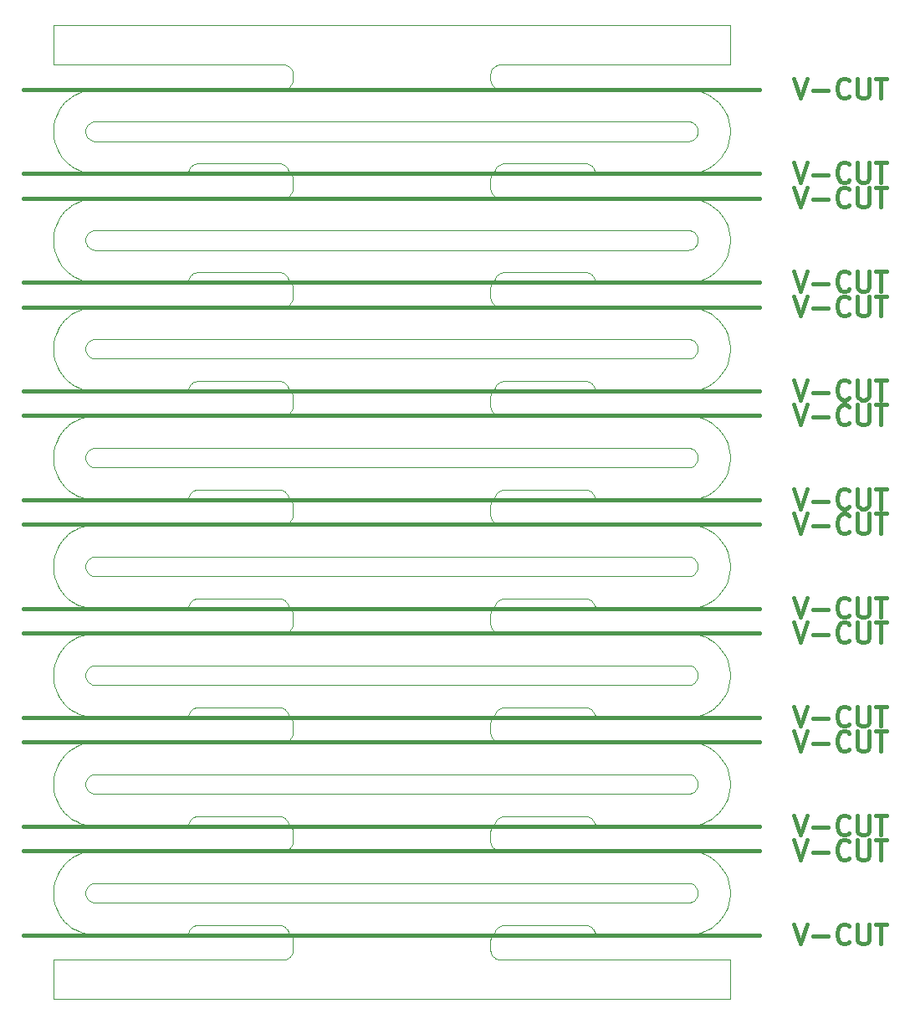
<source format=gbr>
G04 #@! TF.GenerationSoftware,KiCad,Pcbnew,5.1.5+dfsg1-2build2*
G04 #@! TF.CreationDate,2021-10-10T04:01:23+00:00*
G04 #@! TF.ProjectId,bobbin_bottom_3.3,626f6262-696e-45f6-926f-74746f6d5f33,rev?*
G04 #@! TF.SameCoordinates,Original*
G04 #@! TF.FileFunction,Other,Comment*
%FSLAX46Y46*%
G04 Gerber Fmt 4.6, Leading zero omitted, Abs format (unit mm)*
G04 Created by KiCad (PCBNEW 5.1.5+dfsg1-2build2) date 2021-10-10 04:01:23*
%MOMM*%
%LPD*%
G04 APERTURE LIST*
%ADD10C,0.400000*%
G04 #@! TA.AperFunction,Profile*
%ADD11C,0.100000*%
G04 #@! TD*
G04 APERTURE END LIST*
D10*
X124946021Y-112404761D02*
X125612687Y-114404761D01*
X126279354Y-112404761D01*
X126946021Y-113642857D02*
X128469830Y-113642857D01*
X130565068Y-114214285D02*
X130469830Y-114309523D01*
X130184116Y-114404761D01*
X129993640Y-114404761D01*
X129707925Y-114309523D01*
X129517449Y-114119047D01*
X129422211Y-113928571D01*
X129326973Y-113547619D01*
X129326973Y-113261904D01*
X129422211Y-112880952D01*
X129517449Y-112690476D01*
X129707925Y-112500000D01*
X129993640Y-112404761D01*
X130184116Y-112404761D01*
X130469830Y-112500000D01*
X130565068Y-112595238D01*
X131422211Y-112404761D02*
X131422211Y-114023809D01*
X131517449Y-114214285D01*
X131612687Y-114309523D01*
X131803164Y-114404761D01*
X132184116Y-114404761D01*
X132374592Y-114309523D01*
X132469830Y-114214285D01*
X132565068Y-114023809D01*
X132565068Y-112404761D01*
X133231735Y-112404761D02*
X134374592Y-112404761D01*
X133803164Y-114404761D02*
X133803164Y-112404761D01*
X47004455Y-113500000D02*
X121495545Y-113500000D01*
X124946021Y-123404761D02*
X125612687Y-125404761D01*
X126279354Y-123404761D01*
X126946021Y-124642857D02*
X128469830Y-124642857D01*
X130565068Y-125214285D02*
X130469830Y-125309523D01*
X130184116Y-125404761D01*
X129993640Y-125404761D01*
X129707925Y-125309523D01*
X129517449Y-125119047D01*
X129422211Y-124928571D01*
X129326973Y-124547619D01*
X129326973Y-124261904D01*
X129422211Y-123880952D01*
X129517449Y-123690476D01*
X129707925Y-123500000D01*
X129993640Y-123404761D01*
X130184116Y-123404761D01*
X130469830Y-123500000D01*
X130565068Y-123595238D01*
X131422211Y-123404761D02*
X131422211Y-125023809D01*
X131517449Y-125214285D01*
X131612687Y-125309523D01*
X131803164Y-125404761D01*
X132184116Y-125404761D01*
X132374592Y-125309523D01*
X132469830Y-125214285D01*
X132565068Y-125023809D01*
X132565068Y-123404761D01*
X133231735Y-123404761D02*
X134374592Y-123404761D01*
X133803164Y-125404761D02*
X133803164Y-123404761D01*
X47004455Y-124500000D02*
X121495545Y-124500000D01*
X124946021Y-125904761D02*
X125612687Y-127904761D01*
X126279354Y-125904761D01*
X126946021Y-127142857D02*
X128469830Y-127142857D01*
X130565068Y-127714285D02*
X130469830Y-127809523D01*
X130184116Y-127904761D01*
X129993640Y-127904761D01*
X129707925Y-127809523D01*
X129517449Y-127619047D01*
X129422211Y-127428571D01*
X129326973Y-127047619D01*
X129326973Y-126761904D01*
X129422211Y-126380952D01*
X129517449Y-126190476D01*
X129707925Y-126000000D01*
X129993640Y-125904761D01*
X130184116Y-125904761D01*
X130469830Y-126000000D01*
X130565068Y-126095238D01*
X131422211Y-125904761D02*
X131422211Y-127523809D01*
X131517449Y-127714285D01*
X131612687Y-127809523D01*
X131803164Y-127904761D01*
X132184116Y-127904761D01*
X132374592Y-127809523D01*
X132469830Y-127714285D01*
X132565068Y-127523809D01*
X132565068Y-125904761D01*
X133231735Y-125904761D02*
X134374592Y-125904761D01*
X133803164Y-127904761D02*
X133803164Y-125904761D01*
X47004455Y-127000000D02*
X121495545Y-127000000D01*
X124946021Y-134404761D02*
X125612687Y-136404761D01*
X126279354Y-134404761D01*
X126946021Y-135642857D02*
X128469830Y-135642857D01*
X130565068Y-136214285D02*
X130469830Y-136309523D01*
X130184116Y-136404761D01*
X129993640Y-136404761D01*
X129707925Y-136309523D01*
X129517449Y-136119047D01*
X129422211Y-135928571D01*
X129326973Y-135547619D01*
X129326973Y-135261904D01*
X129422211Y-134880952D01*
X129517449Y-134690476D01*
X129707925Y-134500000D01*
X129993640Y-134404761D01*
X130184116Y-134404761D01*
X130469830Y-134500000D01*
X130565068Y-134595238D01*
X131422211Y-134404761D02*
X131422211Y-136023809D01*
X131517449Y-136214285D01*
X131612687Y-136309523D01*
X131803164Y-136404761D01*
X132184116Y-136404761D01*
X132374592Y-136309523D01*
X132469830Y-136214285D01*
X132565068Y-136023809D01*
X132565068Y-134404761D01*
X133231735Y-134404761D02*
X134374592Y-134404761D01*
X133803164Y-136404761D02*
X133803164Y-134404761D01*
X47004455Y-135500000D02*
X121495545Y-135500000D01*
X124946021Y-114904761D02*
X125612687Y-116904761D01*
X126279354Y-114904761D01*
X126946021Y-116142857D02*
X128469830Y-116142857D01*
X130565068Y-116714285D02*
X130469830Y-116809523D01*
X130184116Y-116904761D01*
X129993640Y-116904761D01*
X129707925Y-116809523D01*
X129517449Y-116619047D01*
X129422211Y-116428571D01*
X129326973Y-116047619D01*
X129326973Y-115761904D01*
X129422211Y-115380952D01*
X129517449Y-115190476D01*
X129707925Y-115000000D01*
X129993640Y-114904761D01*
X130184116Y-114904761D01*
X130469830Y-115000000D01*
X130565068Y-115095238D01*
X131422211Y-114904761D02*
X131422211Y-116523809D01*
X131517449Y-116714285D01*
X131612687Y-116809523D01*
X131803164Y-116904761D01*
X132184116Y-116904761D01*
X132374592Y-116809523D01*
X132469830Y-116714285D01*
X132565068Y-116523809D01*
X132565068Y-114904761D01*
X133231735Y-114904761D02*
X134374592Y-114904761D01*
X133803164Y-116904761D02*
X133803164Y-114904761D01*
X47004455Y-116000000D02*
X121495545Y-116000000D01*
X124946021Y-103904761D02*
X125612687Y-105904761D01*
X126279354Y-103904761D01*
X126946021Y-105142857D02*
X128469830Y-105142857D01*
X130565068Y-105714285D02*
X130469830Y-105809523D01*
X130184116Y-105904761D01*
X129993640Y-105904761D01*
X129707925Y-105809523D01*
X129517449Y-105619047D01*
X129422211Y-105428571D01*
X129326973Y-105047619D01*
X129326973Y-104761904D01*
X129422211Y-104380952D01*
X129517449Y-104190476D01*
X129707925Y-104000000D01*
X129993640Y-103904761D01*
X130184116Y-103904761D01*
X130469830Y-104000000D01*
X130565068Y-104095238D01*
X131422211Y-103904761D02*
X131422211Y-105523809D01*
X131517449Y-105714285D01*
X131612687Y-105809523D01*
X131803164Y-105904761D01*
X132184116Y-105904761D01*
X132374592Y-105809523D01*
X132469830Y-105714285D01*
X132565068Y-105523809D01*
X132565068Y-103904761D01*
X133231735Y-103904761D02*
X134374592Y-103904761D01*
X133803164Y-105904761D02*
X133803164Y-103904761D01*
X47004455Y-105000000D02*
X121495545Y-105000000D01*
X124946021Y-101404761D02*
X125612687Y-103404761D01*
X126279354Y-101404761D01*
X126946021Y-102642857D02*
X128469830Y-102642857D01*
X130565068Y-103214285D02*
X130469830Y-103309523D01*
X130184116Y-103404761D01*
X129993640Y-103404761D01*
X129707925Y-103309523D01*
X129517449Y-103119047D01*
X129422211Y-102928571D01*
X129326973Y-102547619D01*
X129326973Y-102261904D01*
X129422211Y-101880952D01*
X129517449Y-101690476D01*
X129707925Y-101500000D01*
X129993640Y-101404761D01*
X130184116Y-101404761D01*
X130469830Y-101500000D01*
X130565068Y-101595238D01*
X131422211Y-101404761D02*
X131422211Y-103023809D01*
X131517449Y-103214285D01*
X131612687Y-103309523D01*
X131803164Y-103404761D01*
X132184116Y-103404761D01*
X132374592Y-103309523D01*
X132469830Y-103214285D01*
X132565068Y-103023809D01*
X132565068Y-101404761D01*
X133231735Y-101404761D02*
X134374592Y-101404761D01*
X133803164Y-103404761D02*
X133803164Y-101404761D01*
X47004455Y-102500000D02*
X121495545Y-102500000D01*
X124946021Y-92904761D02*
X125612687Y-94904761D01*
X126279354Y-92904761D01*
X126946021Y-94142857D02*
X128469830Y-94142857D01*
X130565068Y-94714285D02*
X130469830Y-94809523D01*
X130184116Y-94904761D01*
X129993640Y-94904761D01*
X129707925Y-94809523D01*
X129517449Y-94619047D01*
X129422211Y-94428571D01*
X129326973Y-94047619D01*
X129326973Y-93761904D01*
X129422211Y-93380952D01*
X129517449Y-93190476D01*
X129707925Y-93000000D01*
X129993640Y-92904761D01*
X130184116Y-92904761D01*
X130469830Y-93000000D01*
X130565068Y-93095238D01*
X131422211Y-92904761D02*
X131422211Y-94523809D01*
X131517449Y-94714285D01*
X131612687Y-94809523D01*
X131803164Y-94904761D01*
X132184116Y-94904761D01*
X132374592Y-94809523D01*
X132469830Y-94714285D01*
X132565068Y-94523809D01*
X132565068Y-92904761D01*
X133231735Y-92904761D02*
X134374592Y-92904761D01*
X133803164Y-94904761D02*
X133803164Y-92904761D01*
X47004455Y-94000000D02*
X121495545Y-94000000D01*
X124946021Y-90404761D02*
X125612687Y-92404761D01*
X126279354Y-90404761D01*
X126946021Y-91642857D02*
X128469830Y-91642857D01*
X130565068Y-92214285D02*
X130469830Y-92309523D01*
X130184116Y-92404761D01*
X129993640Y-92404761D01*
X129707925Y-92309523D01*
X129517449Y-92119047D01*
X129422211Y-91928571D01*
X129326973Y-91547619D01*
X129326973Y-91261904D01*
X129422211Y-90880952D01*
X129517449Y-90690476D01*
X129707925Y-90500000D01*
X129993640Y-90404761D01*
X130184116Y-90404761D01*
X130469830Y-90500000D01*
X130565068Y-90595238D01*
X131422211Y-90404761D02*
X131422211Y-92023809D01*
X131517449Y-92214285D01*
X131612687Y-92309523D01*
X131803164Y-92404761D01*
X132184116Y-92404761D01*
X132374592Y-92309523D01*
X132469830Y-92214285D01*
X132565068Y-92023809D01*
X132565068Y-90404761D01*
X133231735Y-90404761D02*
X134374592Y-90404761D01*
X133803164Y-92404761D02*
X133803164Y-90404761D01*
X47004455Y-91500000D02*
X121495545Y-91500000D01*
X124946021Y-81904761D02*
X125612687Y-83904761D01*
X126279354Y-81904761D01*
X126946021Y-83142857D02*
X128469830Y-83142857D01*
X130565068Y-83714285D02*
X130469830Y-83809523D01*
X130184116Y-83904761D01*
X129993640Y-83904761D01*
X129707925Y-83809523D01*
X129517449Y-83619047D01*
X129422211Y-83428571D01*
X129326973Y-83047619D01*
X129326973Y-82761904D01*
X129422211Y-82380952D01*
X129517449Y-82190476D01*
X129707925Y-82000000D01*
X129993640Y-81904761D01*
X130184116Y-81904761D01*
X130469830Y-82000000D01*
X130565068Y-82095238D01*
X131422211Y-81904761D02*
X131422211Y-83523809D01*
X131517449Y-83714285D01*
X131612687Y-83809523D01*
X131803164Y-83904761D01*
X132184116Y-83904761D01*
X132374592Y-83809523D01*
X132469830Y-83714285D01*
X132565068Y-83523809D01*
X132565068Y-81904761D01*
X133231735Y-81904761D02*
X134374592Y-81904761D01*
X133803164Y-83904761D02*
X133803164Y-81904761D01*
X47004455Y-83000000D02*
X121495545Y-83000000D01*
X124946021Y-79404761D02*
X125612687Y-81404761D01*
X126279354Y-79404761D01*
X126946021Y-80642857D02*
X128469830Y-80642857D01*
X130565068Y-81214285D02*
X130469830Y-81309523D01*
X130184116Y-81404761D01*
X129993640Y-81404761D01*
X129707925Y-81309523D01*
X129517449Y-81119047D01*
X129422211Y-80928571D01*
X129326973Y-80547619D01*
X129326973Y-80261904D01*
X129422211Y-79880952D01*
X129517449Y-79690476D01*
X129707925Y-79500000D01*
X129993640Y-79404761D01*
X130184116Y-79404761D01*
X130469830Y-79500000D01*
X130565068Y-79595238D01*
X131422211Y-79404761D02*
X131422211Y-81023809D01*
X131517449Y-81214285D01*
X131612687Y-81309523D01*
X131803164Y-81404761D01*
X132184116Y-81404761D01*
X132374592Y-81309523D01*
X132469830Y-81214285D01*
X132565068Y-81023809D01*
X132565068Y-79404761D01*
X133231735Y-79404761D02*
X134374592Y-79404761D01*
X133803164Y-81404761D02*
X133803164Y-79404761D01*
X47004455Y-80500000D02*
X121495545Y-80500000D01*
X124946021Y-57404761D02*
X125612687Y-59404761D01*
X126279354Y-57404761D01*
X126946021Y-58642857D02*
X128469830Y-58642857D01*
X130565068Y-59214285D02*
X130469830Y-59309523D01*
X130184116Y-59404761D01*
X129993640Y-59404761D01*
X129707925Y-59309523D01*
X129517449Y-59119047D01*
X129422211Y-58928571D01*
X129326973Y-58547619D01*
X129326973Y-58261904D01*
X129422211Y-57880952D01*
X129517449Y-57690476D01*
X129707925Y-57500000D01*
X129993640Y-57404761D01*
X130184116Y-57404761D01*
X130469830Y-57500000D01*
X130565068Y-57595238D01*
X131422211Y-57404761D02*
X131422211Y-59023809D01*
X131517449Y-59214285D01*
X131612687Y-59309523D01*
X131803164Y-59404761D01*
X132184116Y-59404761D01*
X132374592Y-59309523D01*
X132469830Y-59214285D01*
X132565068Y-59023809D01*
X132565068Y-57404761D01*
X133231735Y-57404761D02*
X134374592Y-57404761D01*
X133803164Y-59404761D02*
X133803164Y-57404761D01*
X47004455Y-58500000D02*
X121495545Y-58500000D01*
X124946021Y-68404761D02*
X125612687Y-70404761D01*
X126279354Y-68404761D01*
X126946021Y-69642857D02*
X128469830Y-69642857D01*
X130565068Y-70214285D02*
X130469830Y-70309523D01*
X130184116Y-70404761D01*
X129993640Y-70404761D01*
X129707925Y-70309523D01*
X129517449Y-70119047D01*
X129422211Y-69928571D01*
X129326973Y-69547619D01*
X129326973Y-69261904D01*
X129422211Y-68880952D01*
X129517449Y-68690476D01*
X129707925Y-68500000D01*
X129993640Y-68404761D01*
X130184116Y-68404761D01*
X130469830Y-68500000D01*
X130565068Y-68595238D01*
X131422211Y-68404761D02*
X131422211Y-70023809D01*
X131517449Y-70214285D01*
X131612687Y-70309523D01*
X131803164Y-70404761D01*
X132184116Y-70404761D01*
X132374592Y-70309523D01*
X132469830Y-70214285D01*
X132565068Y-70023809D01*
X132565068Y-68404761D01*
X133231735Y-68404761D02*
X134374592Y-68404761D01*
X133803164Y-70404761D02*
X133803164Y-68404761D01*
X47004455Y-69500000D02*
X121495545Y-69500000D01*
X124946021Y-59904761D02*
X125612687Y-61904761D01*
X126279354Y-59904761D01*
X126946021Y-61142857D02*
X128469830Y-61142857D01*
X130565068Y-61714285D02*
X130469830Y-61809523D01*
X130184116Y-61904761D01*
X129993640Y-61904761D01*
X129707925Y-61809523D01*
X129517449Y-61619047D01*
X129422211Y-61428571D01*
X129326973Y-61047619D01*
X129326973Y-60761904D01*
X129422211Y-60380952D01*
X129517449Y-60190476D01*
X129707925Y-60000000D01*
X129993640Y-59904761D01*
X130184116Y-59904761D01*
X130469830Y-60000000D01*
X130565068Y-60095238D01*
X131422211Y-59904761D02*
X131422211Y-61523809D01*
X131517449Y-61714285D01*
X131612687Y-61809523D01*
X131803164Y-61904761D01*
X132184116Y-61904761D01*
X132374592Y-61809523D01*
X132469830Y-61714285D01*
X132565068Y-61523809D01*
X132565068Y-59904761D01*
X133231735Y-59904761D02*
X134374592Y-59904761D01*
X133803164Y-61904761D02*
X133803164Y-59904761D01*
X47004455Y-61000000D02*
X121495545Y-61000000D01*
X124946021Y-70904761D02*
X125612687Y-72904761D01*
X126279354Y-70904761D01*
X126946021Y-72142857D02*
X128469830Y-72142857D01*
X130565068Y-72714285D02*
X130469830Y-72809523D01*
X130184116Y-72904761D01*
X129993640Y-72904761D01*
X129707925Y-72809523D01*
X129517449Y-72619047D01*
X129422211Y-72428571D01*
X129326973Y-72047619D01*
X129326973Y-71761904D01*
X129422211Y-71380952D01*
X129517449Y-71190476D01*
X129707925Y-71000000D01*
X129993640Y-70904761D01*
X130184116Y-70904761D01*
X130469830Y-71000000D01*
X130565068Y-71095238D01*
X131422211Y-70904761D02*
X131422211Y-72523809D01*
X131517449Y-72714285D01*
X131612687Y-72809523D01*
X131803164Y-72904761D01*
X132184116Y-72904761D01*
X132374592Y-72809523D01*
X132469830Y-72714285D01*
X132565068Y-72523809D01*
X132565068Y-70904761D01*
X133231735Y-70904761D02*
X134374592Y-70904761D01*
X133803164Y-72904761D02*
X133803164Y-70904761D01*
X47004455Y-72000000D02*
X121495545Y-72000000D01*
X124946021Y-48904761D02*
X125612687Y-50904761D01*
X126279354Y-48904761D01*
X126946021Y-50142857D02*
X128469830Y-50142857D01*
X130565068Y-50714285D02*
X130469830Y-50809523D01*
X130184116Y-50904761D01*
X129993640Y-50904761D01*
X129707925Y-50809523D01*
X129517449Y-50619047D01*
X129422211Y-50428571D01*
X129326973Y-50047619D01*
X129326973Y-49761904D01*
X129422211Y-49380952D01*
X129517449Y-49190476D01*
X129707925Y-49000000D01*
X129993640Y-48904761D01*
X130184116Y-48904761D01*
X130469830Y-49000000D01*
X130565068Y-49095238D01*
X131422211Y-48904761D02*
X131422211Y-50523809D01*
X131517449Y-50714285D01*
X131612687Y-50809523D01*
X131803164Y-50904761D01*
X132184116Y-50904761D01*
X132374592Y-50809523D01*
X132469830Y-50714285D01*
X132565068Y-50523809D01*
X132565068Y-48904761D01*
X133231735Y-48904761D02*
X134374592Y-48904761D01*
X133803164Y-50904761D02*
X133803164Y-48904761D01*
X47004455Y-50000000D02*
X121495545Y-50000000D01*
D11*
X114499900Y-77215900D02*
X114401100Y-77236200D01*
X114596400Y-77185700D02*
X114499900Y-77215900D01*
X114689300Y-77145900D02*
X114596400Y-77185700D01*
X114777600Y-77096800D02*
X114689300Y-77145900D01*
X114860800Y-77038900D02*
X114777600Y-77096800D01*
X114937500Y-76973100D02*
X114860800Y-77038900D01*
X115007100Y-76899800D02*
X114937500Y-76973100D01*
X115069000Y-76819900D02*
X115007100Y-76899800D01*
X115122400Y-76734100D02*
X115069000Y-76819900D01*
X115166900Y-76643400D02*
X115122400Y-76734100D01*
X115202000Y-76548600D02*
X115166900Y-76643400D01*
X115227300Y-76450700D02*
X115202000Y-76548600D01*
X115242600Y-76350800D02*
X115227300Y-76450700D01*
X115247700Y-76249900D02*
X115242600Y-76350800D01*
X115242600Y-76149200D02*
X115247700Y-76249900D01*
X115227300Y-76049300D02*
X115242600Y-76149200D01*
X115202000Y-75951500D02*
X115227300Y-76049300D01*
X115166900Y-75856700D02*
X115202000Y-75951500D01*
X115122400Y-75766000D02*
X115166900Y-75856700D01*
X115069000Y-75680200D02*
X115122400Y-75766000D01*
X115007100Y-75600300D02*
X115069000Y-75680200D01*
X114937300Y-75526800D02*
X115007100Y-75600300D01*
X114860600Y-75461000D02*
X114937300Y-75526800D01*
X114777600Y-75403300D02*
X114860600Y-75461000D01*
X114689300Y-75354200D02*
X114777600Y-75403300D01*
X114596600Y-75314500D02*
X114689300Y-75354200D01*
X114500200Y-75284200D02*
X114596600Y-75314500D01*
X114401200Y-75263800D02*
X114500200Y-75284200D01*
X114300700Y-75253600D02*
X114401200Y-75263800D01*
X114224800Y-75251000D02*
X114300700Y-75253600D01*
X54275400Y-75251000D02*
X114224800Y-75251000D01*
X54199100Y-75253600D02*
X54275400Y-75251000D01*
X54098800Y-75263800D02*
X54199100Y-75253600D01*
X53999800Y-75284200D02*
X54098800Y-75263800D01*
X53903400Y-75314500D02*
X53999800Y-75284200D01*
X53810500Y-75354300D02*
X53903400Y-75314500D01*
X53722100Y-75403400D02*
X53810500Y-75354300D01*
X53639200Y-75461200D02*
X53722100Y-75403400D01*
X53562500Y-75527000D02*
X53639200Y-75461200D01*
X53492900Y-75600300D02*
X53562500Y-75527000D01*
X53431000Y-75680200D02*
X53492900Y-75600300D01*
X53377600Y-75766000D02*
X53431000Y-75680200D01*
X53333100Y-75856700D02*
X53377600Y-75766000D01*
X53298100Y-75951200D02*
X53333100Y-75856700D01*
X53272700Y-76049100D02*
X53298100Y-75951200D01*
X53257400Y-76149000D02*
X53272700Y-76049100D01*
X53252300Y-76249900D02*
X53257400Y-76149000D01*
X53257400Y-76350800D02*
X53252300Y-76249900D01*
X53272700Y-76450700D02*
X53257400Y-76350800D01*
X53298000Y-76548600D02*
X53272700Y-76450700D01*
X53333100Y-76643400D02*
X53298000Y-76548600D01*
X53377600Y-76734100D02*
X53333100Y-76643400D01*
X53431000Y-76819900D02*
X53377600Y-76734100D01*
X53492900Y-76899800D02*
X53431000Y-76819900D01*
X53562500Y-76973100D02*
X53492900Y-76899800D01*
X53639200Y-77038900D02*
X53562500Y-76973100D01*
X53722100Y-77096700D02*
X53639200Y-77038900D01*
X53810500Y-77145700D02*
X53722100Y-77096700D01*
X53903400Y-77185600D02*
X53810500Y-77145700D01*
X53999800Y-77215900D02*
X53903400Y-77185600D01*
X54098800Y-77236200D02*
X53999800Y-77215900D01*
X54199300Y-77246500D02*
X54098800Y-77236200D01*
X54275200Y-77249000D02*
X54199300Y-77246500D01*
X114224900Y-77249000D02*
X54275200Y-77249000D01*
X114300500Y-77246500D02*
X114224900Y-77249000D01*
X114401100Y-77236200D02*
X114300500Y-77246500D01*
X114499900Y-132216000D02*
X114401100Y-132236300D01*
X114596400Y-132185800D02*
X114499900Y-132216000D01*
X114689300Y-132145900D02*
X114596400Y-132185800D01*
X114777600Y-132096900D02*
X114689300Y-132145900D01*
X114860800Y-132039000D02*
X114777600Y-132096900D01*
X114937500Y-131973200D02*
X114860800Y-132039000D01*
X115007100Y-131899900D02*
X114937500Y-131973200D01*
X115069000Y-131820000D02*
X115007100Y-131899900D01*
X115122400Y-131734200D02*
X115069000Y-131820000D01*
X115166900Y-131643500D02*
X115122400Y-131734200D01*
X115202000Y-131548700D02*
X115166900Y-131643500D01*
X115227300Y-131450800D02*
X115202000Y-131548700D01*
X115242600Y-131350900D02*
X115227300Y-131450800D01*
X115247700Y-131250000D02*
X115242600Y-131350900D01*
X115242600Y-131149300D02*
X115247700Y-131250000D01*
X115227300Y-131049400D02*
X115242600Y-131149300D01*
X115202000Y-130951600D02*
X115227300Y-131049400D01*
X115166900Y-130856800D02*
X115202000Y-130951600D01*
X115122400Y-130766100D02*
X115166900Y-130856800D01*
X115069000Y-130680300D02*
X115122400Y-130766100D01*
X115007100Y-130600300D02*
X115069000Y-130680300D01*
X114937300Y-130526900D02*
X115007100Y-130600300D01*
X114860600Y-130461100D02*
X114937300Y-130526900D01*
X114777600Y-130403300D02*
X114860600Y-130461100D01*
X114689300Y-130354300D02*
X114777600Y-130403300D01*
X114596600Y-130314600D02*
X114689300Y-130354300D01*
X114500200Y-130284300D02*
X114596600Y-130314600D01*
X114401200Y-130263900D02*
X114500200Y-130284300D01*
X114300700Y-130253700D02*
X114401200Y-130263900D01*
X114224800Y-130251100D02*
X114300700Y-130253700D01*
X54275400Y-130251100D02*
X114224800Y-130251100D01*
X54199200Y-130253700D02*
X54275400Y-130251100D01*
X54098800Y-130263900D02*
X54199200Y-130253700D01*
X53999800Y-130284300D02*
X54098800Y-130263900D01*
X53903400Y-130314600D02*
X53999800Y-130284300D01*
X53810500Y-130354400D02*
X53903400Y-130314600D01*
X53722100Y-130403500D02*
X53810500Y-130354400D01*
X53639200Y-130461200D02*
X53722100Y-130403500D01*
X53562500Y-130527100D02*
X53639200Y-130461200D01*
X53492900Y-130600300D02*
X53562500Y-130527100D01*
X53431000Y-130680300D02*
X53492900Y-130600300D01*
X53377600Y-130766100D02*
X53431000Y-130680300D01*
X53333100Y-130856800D02*
X53377600Y-130766100D01*
X53298100Y-130951300D02*
X53333100Y-130856800D01*
X53272700Y-131049200D02*
X53298100Y-130951300D01*
X53257400Y-131149100D02*
X53272700Y-131049200D01*
X53252300Y-131250000D02*
X53257400Y-131149100D01*
X53257400Y-131350900D02*
X53252300Y-131250000D01*
X53272700Y-131450800D02*
X53257400Y-131350900D01*
X53298000Y-131548700D02*
X53272700Y-131450800D01*
X53333100Y-131643500D02*
X53298000Y-131548700D01*
X53377600Y-131734200D02*
X53333100Y-131643500D01*
X53431000Y-131820000D02*
X53377600Y-131734200D01*
X53492900Y-131899900D02*
X53431000Y-131820000D01*
X53562500Y-131973200D02*
X53492900Y-131899900D01*
X53639200Y-132039000D02*
X53562500Y-131973200D01*
X53722100Y-132096800D02*
X53639200Y-132039000D01*
X53810500Y-132145800D02*
X53722100Y-132096800D01*
X53903400Y-132185700D02*
X53810500Y-132145800D01*
X53999800Y-132216000D02*
X53903400Y-132185700D01*
X54098800Y-132236300D02*
X53999800Y-132216000D01*
X54199300Y-132246600D02*
X54098800Y-132236300D01*
X54275200Y-132249100D02*
X54199300Y-132246600D01*
X114224900Y-132249100D02*
X54275200Y-132249100D01*
X114300500Y-132246500D02*
X114224900Y-132249100D01*
X114401100Y-132236300D02*
X114300500Y-132246500D01*
X114499900Y-66215900D02*
X114401000Y-66236200D01*
X114596400Y-66185700D02*
X114499900Y-66215900D01*
X114689300Y-66145800D02*
X114596400Y-66185700D01*
X114777600Y-66096800D02*
X114689300Y-66145800D01*
X114860600Y-66039100D02*
X114777600Y-66096800D01*
X114937300Y-65973300D02*
X114860600Y-66039100D01*
X115007100Y-65899800D02*
X114937300Y-65973300D01*
X115069000Y-65819900D02*
X115007100Y-65899800D01*
X115122300Y-65734300D02*
X115069000Y-65819900D01*
X115166800Y-65643600D02*
X115122300Y-65734300D01*
X115201900Y-65548800D02*
X115166800Y-65643600D01*
X115227300Y-65451000D02*
X115201900Y-65548800D01*
X115242600Y-65351100D02*
X115227300Y-65451000D01*
X115247700Y-65250200D02*
X115242600Y-65351100D01*
X115242600Y-65149200D02*
X115247700Y-65250200D01*
X115227300Y-65049300D02*
X115242600Y-65149200D01*
X115202000Y-64951500D02*
X115227300Y-65049300D01*
X115166900Y-64856700D02*
X115202000Y-64951500D01*
X115122400Y-64765900D02*
X115166900Y-64856700D01*
X115069000Y-64680200D02*
X115122400Y-64765900D01*
X115007100Y-64600200D02*
X115069000Y-64680200D01*
X114937300Y-64526800D02*
X115007100Y-64600200D01*
X114860600Y-64461000D02*
X114937300Y-64526800D01*
X114777900Y-64403400D02*
X114860600Y-64461000D01*
X114689500Y-64354300D02*
X114777900Y-64403400D01*
X114596600Y-64314500D02*
X114689500Y-64354300D01*
X114500200Y-64284200D02*
X114596600Y-64314500D01*
X114401200Y-64263800D02*
X114500200Y-64284200D01*
X114300700Y-64253600D02*
X114401200Y-64263800D01*
X114224800Y-64251000D02*
X114300700Y-64253600D01*
X54275300Y-64251000D02*
X114224800Y-64251000D01*
X54199200Y-64253600D02*
X54275300Y-64251000D01*
X54098800Y-64263800D02*
X54199200Y-64253600D01*
X53999800Y-64284200D02*
X54098800Y-64263800D01*
X53903400Y-64314500D02*
X53999800Y-64284200D01*
X53810500Y-64354300D02*
X53903400Y-64314500D01*
X53722100Y-64403400D02*
X53810500Y-64354300D01*
X53639200Y-64461100D02*
X53722100Y-64403400D01*
X53562500Y-64527000D02*
X53639200Y-64461100D01*
X53492900Y-64600200D02*
X53562500Y-64527000D01*
X53431000Y-64680200D02*
X53492900Y-64600200D01*
X53377600Y-64765900D02*
X53431000Y-64680200D01*
X53333100Y-64856700D02*
X53377600Y-64765900D01*
X53298000Y-64951500D02*
X53333100Y-64856700D01*
X53272700Y-65049000D02*
X53298000Y-64951500D01*
X53257400Y-65148900D02*
X53272700Y-65049000D01*
X53252300Y-65249900D02*
X53257400Y-65148900D01*
X53257400Y-65350800D02*
X53252300Y-65249900D01*
X53272700Y-65450700D02*
X53257400Y-65350800D01*
X53298000Y-65548600D02*
X53272700Y-65450700D01*
X53333100Y-65643300D02*
X53298000Y-65548600D01*
X53377600Y-65734100D02*
X53333100Y-65643300D01*
X53431000Y-65819900D02*
X53377600Y-65734100D01*
X53492900Y-65899800D02*
X53431000Y-65819900D01*
X53562500Y-65973100D02*
X53492900Y-65899800D01*
X53639200Y-66038900D02*
X53562500Y-65973100D01*
X53722100Y-66096700D02*
X53639200Y-66038900D01*
X53810500Y-66145700D02*
X53722100Y-66096700D01*
X53903400Y-66185600D02*
X53810500Y-66145700D01*
X53999800Y-66215900D02*
X53903400Y-66185600D01*
X54098800Y-66236200D02*
X53999800Y-66215900D01*
X54199300Y-66246400D02*
X54098800Y-66236200D01*
X54275200Y-66249000D02*
X54199300Y-66246400D01*
X114224900Y-66249000D02*
X54275200Y-66249000D01*
X114300600Y-66246400D02*
X114224900Y-66249000D01*
X114401000Y-66236200D02*
X114300600Y-66246400D01*
X114499900Y-121216000D02*
X114401000Y-121236300D01*
X114596400Y-121185800D02*
X114499900Y-121216000D01*
X114689300Y-121145900D02*
X114596400Y-121185800D01*
X114777600Y-121096900D02*
X114689300Y-121145900D01*
X114860800Y-121039000D02*
X114777600Y-121096900D01*
X114937500Y-120973200D02*
X114860800Y-121039000D01*
X115007100Y-120899900D02*
X114937500Y-120973200D01*
X115069000Y-120820000D02*
X115007100Y-120899900D01*
X115122400Y-120734200D02*
X115069000Y-120820000D01*
X115166900Y-120643400D02*
X115122400Y-120734200D01*
X115202000Y-120548700D02*
X115166900Y-120643400D01*
X115227300Y-120450800D02*
X115202000Y-120548700D01*
X115242600Y-120350900D02*
X115227300Y-120450800D01*
X115247700Y-120250000D02*
X115242600Y-120350900D01*
X115242600Y-120149300D02*
X115247700Y-120250000D01*
X115227300Y-120049400D02*
X115242600Y-120149300D01*
X115202000Y-119951600D02*
X115227300Y-120049400D01*
X115166900Y-119856800D02*
X115202000Y-119951600D01*
X115122400Y-119766000D02*
X115166900Y-119856800D01*
X115069000Y-119680300D02*
X115122400Y-119766000D01*
X115007100Y-119600300D02*
X115069000Y-119680300D01*
X114937300Y-119526900D02*
X115007100Y-119600300D01*
X114860600Y-119461100D02*
X114937300Y-119526900D01*
X114777600Y-119403300D02*
X114860600Y-119461100D01*
X114689300Y-119354300D02*
X114777600Y-119403300D01*
X114596600Y-119314500D02*
X114689300Y-119354300D01*
X114500200Y-119284300D02*
X114596600Y-119314500D01*
X114401200Y-119263900D02*
X114500200Y-119284300D01*
X114300700Y-119253700D02*
X114401200Y-119263900D01*
X114224800Y-119251100D02*
X114300700Y-119253700D01*
X54275300Y-119251100D02*
X114224800Y-119251100D01*
X54199300Y-119253700D02*
X54275300Y-119251100D01*
X54098800Y-119263900D02*
X54199300Y-119253700D01*
X53999800Y-119284300D02*
X54098800Y-119263900D01*
X53903400Y-119314500D02*
X53999800Y-119284300D01*
X53810500Y-119354400D02*
X53903400Y-119314500D01*
X53722100Y-119403500D02*
X53810500Y-119354400D01*
X53639200Y-119461200D02*
X53722100Y-119403500D01*
X53562500Y-119527100D02*
X53639200Y-119461200D01*
X53492900Y-119600300D02*
X53562500Y-119527100D01*
X53431000Y-119680300D02*
X53492900Y-119600300D01*
X53377600Y-119766000D02*
X53431000Y-119680300D01*
X53333100Y-119856800D02*
X53377600Y-119766000D01*
X53298100Y-119951300D02*
X53333100Y-119856800D01*
X53272700Y-120049100D02*
X53298100Y-119951300D01*
X53257400Y-120149000D02*
X53272700Y-120049100D01*
X53252300Y-120250000D02*
X53257400Y-120149000D01*
X53257400Y-120350900D02*
X53252300Y-120250000D01*
X53272700Y-120450800D02*
X53257400Y-120350900D01*
X53298000Y-120548700D02*
X53272700Y-120450800D01*
X53333100Y-120643400D02*
X53298000Y-120548700D01*
X53377600Y-120734200D02*
X53333100Y-120643400D01*
X53431000Y-120820000D02*
X53377600Y-120734200D01*
X53492900Y-120899900D02*
X53431000Y-120820000D01*
X53562500Y-120973200D02*
X53492900Y-120899900D01*
X53639200Y-121039000D02*
X53562500Y-120973200D01*
X53722100Y-121096700D02*
X53639200Y-121039000D01*
X53810500Y-121145800D02*
X53722100Y-121096700D01*
X53903400Y-121185700D02*
X53810500Y-121145800D01*
X53999800Y-121215900D02*
X53903400Y-121185700D01*
X54098800Y-121236300D02*
X53999800Y-121215900D01*
X54199300Y-121246500D02*
X54098800Y-121236300D01*
X54275200Y-121249100D02*
X54199300Y-121246500D01*
X114224800Y-121249100D02*
X54275200Y-121249100D01*
X114300600Y-121246500D02*
X114224800Y-121249100D01*
X114401000Y-121236300D02*
X114300600Y-121246500D01*
X114499900Y-55215900D02*
X114401000Y-55236200D01*
X114596400Y-55185700D02*
X114499900Y-55215900D01*
X114689300Y-55145800D02*
X114596400Y-55185700D01*
X114777600Y-55096800D02*
X114689300Y-55145800D01*
X114860600Y-55039100D02*
X114777600Y-55096800D01*
X114937300Y-54973200D02*
X114860600Y-55039100D01*
X115007100Y-54899800D02*
X114937300Y-54973200D01*
X115069000Y-54819900D02*
X115007100Y-54899800D01*
X115122300Y-54734300D02*
X115069000Y-54819900D01*
X115166800Y-54643600D02*
X115122300Y-54734300D01*
X115201900Y-54548800D02*
X115166800Y-54643600D01*
X115227300Y-54451000D02*
X115201900Y-54548800D01*
X115242600Y-54351100D02*
X115227300Y-54451000D01*
X115247700Y-54250100D02*
X115242600Y-54351100D01*
X115242600Y-54149200D02*
X115247700Y-54250100D01*
X115227300Y-54049300D02*
X115242600Y-54149200D01*
X115202000Y-53951500D02*
X115227300Y-54049300D01*
X115166900Y-53856700D02*
X115202000Y-53951500D01*
X115122400Y-53765900D02*
X115166900Y-53856700D01*
X115069000Y-53680200D02*
X115122400Y-53765900D01*
X115007100Y-53600200D02*
X115069000Y-53680200D01*
X114937300Y-53526800D02*
X115007100Y-53600200D01*
X114860600Y-53460900D02*
X114937300Y-53526800D01*
X114777900Y-53403400D02*
X114860600Y-53460900D01*
X114689500Y-53354300D02*
X114777900Y-53403400D01*
X114596600Y-53314400D02*
X114689500Y-53354300D01*
X114500200Y-53284200D02*
X114596600Y-53314400D01*
X114401200Y-53263800D02*
X114500200Y-53284200D01*
X114300700Y-53253600D02*
X114401200Y-53263800D01*
X114224800Y-53251000D02*
X114300700Y-53253600D01*
X54275200Y-53251000D02*
X114224800Y-53251000D01*
X54199300Y-53253600D02*
X54275200Y-53251000D01*
X54098800Y-53263800D02*
X54199300Y-53253600D01*
X53999800Y-53284200D02*
X54098800Y-53263800D01*
X53903400Y-53314400D02*
X53999800Y-53284200D01*
X53810500Y-53354300D02*
X53903400Y-53314400D01*
X53722100Y-53403400D02*
X53810500Y-53354300D01*
X53639200Y-53461100D02*
X53722100Y-53403400D01*
X53562500Y-53527000D02*
X53639200Y-53461100D01*
X53492900Y-53600200D02*
X53562500Y-53527000D01*
X53431000Y-53680200D02*
X53492900Y-53600200D01*
X53377600Y-53765900D02*
X53431000Y-53680200D01*
X53333100Y-53856700D02*
X53377600Y-53765900D01*
X53298000Y-53951500D02*
X53333100Y-53856700D01*
X53272700Y-54049000D02*
X53298000Y-53951500D01*
X53257400Y-54148900D02*
X53272700Y-54049000D01*
X53252300Y-54249900D02*
X53257400Y-54148900D01*
X53257400Y-54350800D02*
X53252300Y-54249900D01*
X53272700Y-54450700D02*
X53257400Y-54350800D01*
X53298000Y-54548500D02*
X53272700Y-54450700D01*
X53333100Y-54643300D02*
X53298000Y-54548500D01*
X53377600Y-54734100D02*
X53333100Y-54643300D01*
X53431000Y-54819900D02*
X53377600Y-54734100D01*
X53492900Y-54899800D02*
X53431000Y-54819900D01*
X53562500Y-54973000D02*
X53492900Y-54899800D01*
X53639200Y-55038900D02*
X53562500Y-54973000D01*
X53722100Y-55096600D02*
X53639200Y-55038900D01*
X53810500Y-55145700D02*
X53722100Y-55096600D01*
X53903400Y-55185600D02*
X53810500Y-55145700D01*
X53999800Y-55215800D02*
X53903400Y-55185600D01*
X54098800Y-55236200D02*
X53999800Y-55215800D01*
X54199300Y-55246400D02*
X54098800Y-55236200D01*
X54275200Y-55249000D02*
X54199300Y-55246400D01*
X114224800Y-55249000D02*
X54275200Y-55249000D01*
X114300700Y-55246400D02*
X114224800Y-55249000D01*
X114401000Y-55236200D02*
X114300700Y-55246400D01*
X114500200Y-110215900D02*
X114400900Y-110236300D01*
X114596600Y-110185700D02*
X114500200Y-110215900D01*
X114689500Y-110145800D02*
X114596600Y-110185700D01*
X114777900Y-110096700D02*
X114689500Y-110145800D01*
X114860800Y-110039000D02*
X114777900Y-110096700D01*
X114937500Y-109973100D02*
X114860800Y-110039000D01*
X115007100Y-109899900D02*
X114937500Y-109973100D01*
X115069000Y-109819900D02*
X115007100Y-109899900D01*
X115122400Y-109734200D02*
X115069000Y-109819900D01*
X115166900Y-109643400D02*
X115122400Y-109734200D01*
X115202000Y-109548600D02*
X115166900Y-109643400D01*
X115227300Y-109450800D02*
X115202000Y-109548600D01*
X115242600Y-109350900D02*
X115227300Y-109450800D01*
X115247700Y-109250000D02*
X115242600Y-109350900D01*
X115242600Y-109149300D02*
X115247700Y-109250000D01*
X115227300Y-109049400D02*
X115242600Y-109149300D01*
X115202000Y-108951500D02*
X115227300Y-109049400D01*
X115166900Y-108856800D02*
X115202000Y-108951500D01*
X115122400Y-108766000D02*
X115166900Y-108856800D01*
X115069000Y-108680200D02*
X115122400Y-108766000D01*
X115007100Y-108600300D02*
X115069000Y-108680200D01*
X114937300Y-108526900D02*
X115007100Y-108600300D01*
X114860600Y-108461000D02*
X114937300Y-108526900D01*
X114777600Y-108403300D02*
X114860600Y-108461000D01*
X114689300Y-108354300D02*
X114777600Y-108403300D01*
X114596600Y-108314500D02*
X114689300Y-108354300D01*
X114500200Y-108284300D02*
X114596600Y-108314500D01*
X114401200Y-108263900D02*
X114500200Y-108284300D01*
X114300700Y-108253700D02*
X114401200Y-108263900D01*
X114224800Y-108251100D02*
X114300700Y-108253700D01*
X54275200Y-108251100D02*
X114224800Y-108251100D01*
X54199400Y-108253700D02*
X54275200Y-108251100D01*
X54098800Y-108263900D02*
X54199400Y-108253700D01*
X53999800Y-108284300D02*
X54098800Y-108263900D01*
X53903400Y-108314500D02*
X53999800Y-108284300D01*
X53810500Y-108354400D02*
X53903400Y-108314500D01*
X53722100Y-108403500D02*
X53810500Y-108354400D01*
X53639200Y-108461200D02*
X53722100Y-108403500D01*
X53562500Y-108527000D02*
X53639200Y-108461200D01*
X53492900Y-108600300D02*
X53562500Y-108527000D01*
X53431000Y-108680200D02*
X53492900Y-108600300D01*
X53377600Y-108766000D02*
X53431000Y-108680200D01*
X53333100Y-108856800D02*
X53377600Y-108766000D01*
X53298100Y-108951300D02*
X53333100Y-108856800D01*
X53272700Y-109049100D02*
X53298100Y-108951300D01*
X53257400Y-109149000D02*
X53272700Y-109049100D01*
X53252300Y-109250000D02*
X53257400Y-109149000D01*
X53257400Y-109350900D02*
X53252300Y-109250000D01*
X53272700Y-109450800D02*
X53257400Y-109350900D01*
X53298000Y-109548600D02*
X53272700Y-109450800D01*
X53333100Y-109643400D02*
X53298000Y-109548600D01*
X53377600Y-109734200D02*
X53333100Y-109643400D01*
X53431000Y-109819900D02*
X53377600Y-109734200D01*
X53492900Y-109899900D02*
X53431000Y-109819900D01*
X53562500Y-109973100D02*
X53492900Y-109899900D01*
X53639200Y-110039000D02*
X53562500Y-109973100D01*
X53722100Y-110096700D02*
X53639200Y-110039000D01*
X53810500Y-110145800D02*
X53722100Y-110096700D01*
X53903400Y-110185700D02*
X53810500Y-110145800D01*
X53999800Y-110215900D02*
X53903400Y-110185700D01*
X54098800Y-110236300D02*
X53999800Y-110215900D01*
X54199300Y-110246500D02*
X54098800Y-110236300D01*
X54275200Y-110249100D02*
X54199300Y-110246500D01*
X114224700Y-110249100D02*
X54275200Y-110249100D01*
X114300700Y-110246500D02*
X114224700Y-110249100D01*
X114400900Y-110236300D02*
X114300700Y-110246500D01*
X114500200Y-99215900D02*
X114400800Y-99236300D01*
X114596600Y-99185600D02*
X114500200Y-99215900D01*
X114689500Y-99145800D02*
X114596600Y-99185600D01*
X114777900Y-99096700D02*
X114689500Y-99145800D01*
X114860800Y-99039000D02*
X114777900Y-99096700D01*
X114937500Y-98973100D02*
X114860800Y-99039000D01*
X115007100Y-98899900D02*
X114937500Y-98973100D01*
X115069000Y-98819900D02*
X115007100Y-98899900D01*
X115122400Y-98734100D02*
X115069000Y-98819900D01*
X115166900Y-98643400D02*
X115122400Y-98734100D01*
X115202000Y-98548600D02*
X115166900Y-98643400D01*
X115227300Y-98450800D02*
X115202000Y-98548600D01*
X115242600Y-98350900D02*
X115227300Y-98450800D01*
X115247700Y-98249900D02*
X115242600Y-98350900D01*
X115242600Y-98149300D02*
X115247700Y-98249900D01*
X115227300Y-98049400D02*
X115242600Y-98149300D01*
X115202000Y-97951500D02*
X115227300Y-98049400D01*
X115166900Y-97856700D02*
X115202000Y-97951500D01*
X115122400Y-97766000D02*
X115166900Y-97856700D01*
X115069000Y-97680200D02*
X115122400Y-97766000D01*
X115007100Y-97600300D02*
X115069000Y-97680200D01*
X114937300Y-97526800D02*
X115007100Y-97600300D01*
X114860600Y-97461000D02*
X114937300Y-97526800D01*
X114777600Y-97403300D02*
X114860600Y-97461000D01*
X114689300Y-97354300D02*
X114777600Y-97403300D01*
X114596600Y-97314500D02*
X114689300Y-97354300D01*
X114500200Y-97284200D02*
X114596600Y-97314500D01*
X114401200Y-97263900D02*
X114500200Y-97284200D01*
X114300700Y-97253600D02*
X114401200Y-97263900D01*
X114224800Y-97251100D02*
X114300700Y-97253600D01*
X54275100Y-97251100D02*
X114224800Y-97251100D01*
X54199500Y-97253700D02*
X54275100Y-97251100D01*
X54098800Y-97263900D02*
X54199500Y-97253700D01*
X53999800Y-97284200D02*
X54098800Y-97263900D01*
X53903400Y-97314500D02*
X53999800Y-97284200D01*
X53810500Y-97354400D02*
X53903400Y-97314500D01*
X53722100Y-97403400D02*
X53810500Y-97354400D01*
X53639200Y-97461200D02*
X53722100Y-97403400D01*
X53562500Y-97527000D02*
X53639200Y-97461200D01*
X53492900Y-97600300D02*
X53562500Y-97527000D01*
X53431000Y-97680200D02*
X53492900Y-97600300D01*
X53377600Y-97766000D02*
X53431000Y-97680200D01*
X53333100Y-97856700D02*
X53377600Y-97766000D01*
X53298100Y-97951300D02*
X53333100Y-97856700D01*
X53272700Y-98049100D02*
X53298100Y-97951300D01*
X53257400Y-98149000D02*
X53272700Y-98049100D01*
X53252300Y-98249900D02*
X53257400Y-98149000D01*
X53257400Y-98350900D02*
X53252300Y-98249900D01*
X53272700Y-98450800D02*
X53257400Y-98350900D01*
X53298000Y-98548600D02*
X53272700Y-98450800D01*
X53333100Y-98643400D02*
X53298000Y-98548600D01*
X53377600Y-98734100D02*
X53333100Y-98643400D01*
X53431000Y-98819900D02*
X53377600Y-98734100D01*
X53492900Y-98899900D02*
X53431000Y-98819900D01*
X53562500Y-98973100D02*
X53492900Y-98899900D01*
X53639200Y-99039000D02*
X53562500Y-98973100D01*
X53722100Y-99096700D02*
X53639200Y-99039000D01*
X53810500Y-99145800D02*
X53722100Y-99096700D01*
X53903400Y-99185600D02*
X53810500Y-99145800D01*
X53999800Y-99215900D02*
X53903400Y-99185600D01*
X54098800Y-99236300D02*
X53999800Y-99215900D01*
X54199300Y-99246500D02*
X54098800Y-99236300D01*
X54275200Y-99249100D02*
X54199300Y-99246500D01*
X114224600Y-99249100D02*
X54275200Y-99249100D01*
X114300800Y-99246500D02*
X114224600Y-99249100D01*
X114400800Y-99236300D02*
X114300800Y-99246500D01*
X114500200Y-88215900D02*
X114400700Y-88236300D01*
X114596600Y-88185600D02*
X114500200Y-88215900D01*
X114689500Y-88145700D02*
X114596600Y-88185600D01*
X114777900Y-88096700D02*
X114689500Y-88145700D01*
X114860800Y-88038900D02*
X114777900Y-88096700D01*
X114937500Y-87973100D02*
X114860800Y-88038900D01*
X115007100Y-87899800D02*
X114937500Y-87973100D01*
X115069000Y-87819900D02*
X115007100Y-87899800D01*
X115122400Y-87734100D02*
X115069000Y-87819900D01*
X115166900Y-87643400D02*
X115122400Y-87734100D01*
X115202000Y-87548600D02*
X115166900Y-87643400D01*
X115227300Y-87450800D02*
X115202000Y-87548600D01*
X115242600Y-87350900D02*
X115227300Y-87450800D01*
X115247700Y-87249900D02*
X115242600Y-87350900D01*
X115242600Y-87149300D02*
X115247700Y-87249900D01*
X115227300Y-87049400D02*
X115242600Y-87149300D01*
X115202000Y-86951500D02*
X115227300Y-87049400D01*
X115166900Y-86856700D02*
X115202000Y-86951500D01*
X115122400Y-86766000D02*
X115166900Y-86856700D01*
X115069000Y-86680200D02*
X115122400Y-86766000D01*
X115007100Y-86600300D02*
X115069000Y-86680200D01*
X114937300Y-86526800D02*
X115007100Y-86600300D01*
X114860600Y-86461000D02*
X114937300Y-86526800D01*
X114777600Y-86403300D02*
X114860600Y-86461000D01*
X114689300Y-86354200D02*
X114777600Y-86403300D01*
X114596600Y-86314500D02*
X114689300Y-86354200D01*
X114500200Y-86284200D02*
X114596600Y-86314500D01*
X114401200Y-86263900D02*
X114500200Y-86284200D01*
X114300700Y-86253600D02*
X114401200Y-86263900D01*
X114224800Y-86251100D02*
X114300700Y-86253600D01*
X54275000Y-86251100D02*
X114224800Y-86251100D01*
X54199600Y-86253600D02*
X54275000Y-86251100D01*
X54098800Y-86263900D02*
X54199600Y-86253600D01*
X53999800Y-86284200D02*
X54098800Y-86263900D01*
X53903400Y-86314500D02*
X53999800Y-86284200D01*
X53810500Y-86354400D02*
X53903400Y-86314500D01*
X53722100Y-86403400D02*
X53810500Y-86354400D01*
X53639200Y-86461200D02*
X53722100Y-86403400D01*
X53562500Y-86527000D02*
X53639200Y-86461200D01*
X53492900Y-86600300D02*
X53562500Y-86527000D01*
X53431000Y-86680200D02*
X53492900Y-86600300D01*
X53377600Y-86766000D02*
X53431000Y-86680200D01*
X53333100Y-86856700D02*
X53377600Y-86766000D01*
X53298100Y-86951200D02*
X53333100Y-86856700D01*
X53272700Y-87049100D02*
X53298100Y-86951200D01*
X53257400Y-87149000D02*
X53272700Y-87049100D01*
X53252300Y-87249900D02*
X53257400Y-87149000D01*
X53257400Y-87350900D02*
X53252300Y-87249900D01*
X53272700Y-87450800D02*
X53257400Y-87350900D01*
X53298000Y-87548600D02*
X53272700Y-87450800D01*
X53333100Y-87643400D02*
X53298000Y-87548600D01*
X53377600Y-87734100D02*
X53333100Y-87643400D01*
X53431000Y-87819900D02*
X53377600Y-87734100D01*
X53492900Y-87899800D02*
X53431000Y-87819900D01*
X53562500Y-87973100D02*
X53492900Y-87899800D01*
X53639200Y-88038900D02*
X53562500Y-87973100D01*
X53722100Y-88096700D02*
X53639200Y-88038900D01*
X53810500Y-88145700D02*
X53722100Y-88096700D01*
X53903400Y-88185600D02*
X53810500Y-88145700D01*
X53999800Y-88215900D02*
X53903400Y-88185600D01*
X54098800Y-88236200D02*
X53999800Y-88215900D01*
X54199300Y-88246500D02*
X54098800Y-88236200D01*
X54275200Y-88249100D02*
X54199300Y-88246500D01*
X114224500Y-88249100D02*
X54275200Y-88249100D01*
X114300900Y-88246500D02*
X114224500Y-88249100D01*
X114400700Y-88236300D02*
X114300900Y-88246500D01*
X118471000Y-43499000D02*
X50014600Y-43499700D01*
X118487300Y-43500000D02*
X118471000Y-43499000D01*
X118492900Y-43503700D02*
X118487300Y-43500000D01*
X118494800Y-43508200D02*
X118492900Y-43503700D01*
X118495500Y-43523500D02*
X118494800Y-43508200D01*
X118495500Y-47475500D02*
X118495500Y-43523500D01*
X118494300Y-47492700D02*
X118495500Y-47475500D01*
X118491600Y-47496700D02*
X118494300Y-47492700D01*
X118487300Y-47499000D02*
X118491600Y-47496700D01*
X95241200Y-47500000D02*
X118487300Y-47499000D01*
X95144000Y-47504800D02*
X95241200Y-47500000D01*
X95047900Y-47519000D02*
X95144000Y-47504800D01*
X94953600Y-47542600D02*
X95047900Y-47519000D01*
X94862200Y-47575400D02*
X94953600Y-47542600D01*
X94774300Y-47616900D02*
X94862200Y-47575400D01*
X94691000Y-47666900D02*
X94774300Y-47616900D01*
X94613000Y-47724700D02*
X94691000Y-47666900D01*
X94541000Y-47790000D02*
X94613000Y-47724700D01*
X94475700Y-47862000D02*
X94541000Y-47790000D01*
X94417900Y-47940000D02*
X94475700Y-47862000D01*
X94367900Y-48023300D02*
X94417900Y-47940000D01*
X94326400Y-48111100D02*
X94367900Y-48023300D01*
X94293600Y-48202600D02*
X94326400Y-48111100D01*
X94270000Y-48296900D02*
X94293600Y-48202600D01*
X94255800Y-48393000D02*
X94270000Y-48296900D01*
X94251000Y-48490200D02*
X94255800Y-48393000D01*
X94251000Y-49008800D02*
X94251000Y-48490200D01*
X94255800Y-49106000D02*
X94251000Y-49008800D01*
X94270000Y-49202100D02*
X94255800Y-49106000D01*
X94293600Y-49296400D02*
X94270000Y-49202100D01*
X94326400Y-49387900D02*
X94293600Y-49296400D01*
X94367900Y-49475700D02*
X94326400Y-49387900D01*
X94417900Y-49559000D02*
X94367900Y-49475700D01*
X94475700Y-49637000D02*
X94417900Y-49559000D01*
X94541000Y-49709000D02*
X94475700Y-49637000D01*
X94613000Y-49774300D02*
X94541000Y-49709000D01*
X94691000Y-49832100D02*
X94613000Y-49774300D01*
X94774300Y-49882100D02*
X94691000Y-49832100D01*
X94862200Y-49923600D02*
X94774300Y-49882100D01*
X94953600Y-49956400D02*
X94862200Y-49923600D01*
X95047900Y-49980000D02*
X94953600Y-49956400D01*
X95144000Y-49994200D02*
X95047900Y-49980000D01*
X95241200Y-49999000D02*
X95144000Y-49994200D01*
X114243700Y-49999000D02*
X95241200Y-49999000D01*
X114679800Y-50021100D02*
X114243700Y-49999000D01*
X115105900Y-50086400D02*
X114679800Y-50021100D01*
X115522300Y-50194200D02*
X115105900Y-50086400D01*
X115914500Y-50339100D02*
X115522300Y-50194200D01*
X115937800Y-50349100D02*
X115914500Y-50339100D01*
X116301600Y-50527500D02*
X115937800Y-50349100D01*
X116323800Y-50539900D02*
X116301600Y-50527500D01*
X116678500Y-50761400D02*
X116323800Y-50539900D01*
X117018600Y-51024600D02*
X116678500Y-50761400D01*
X117330700Y-51321300D02*
X117018600Y-51024600D01*
X117603300Y-51638300D02*
X117330700Y-51321300D01*
X117618900Y-51658400D02*
X117603300Y-51638300D01*
X117850300Y-51990900D02*
X117618900Y-51658400D01*
X117863800Y-52012500D02*
X117850300Y-51990900D01*
X118066400Y-52378300D02*
X117863800Y-52012500D01*
X118236000Y-52773500D02*
X118066400Y-52378300D01*
X118364900Y-53184300D02*
X118236000Y-52773500D01*
X118449400Y-53593800D02*
X118364900Y-53184300D01*
X118453300Y-53618900D02*
X118449400Y-53593800D01*
X118494300Y-54022000D02*
X118453300Y-53618900D01*
X118495500Y-54047400D02*
X118494300Y-54022000D01*
X118495200Y-54465600D02*
X118495500Y-54047400D01*
X118451700Y-54893400D02*
X118495200Y-54465600D01*
X118365000Y-55315200D02*
X118451700Y-54893400D01*
X118240200Y-55714200D02*
X118365000Y-55315200D01*
X118231400Y-55738100D02*
X118240200Y-55714200D01*
X118071600Y-56110400D02*
X118231400Y-55738100D01*
X118060400Y-56133200D02*
X118071600Y-56110400D01*
X117857200Y-56498700D02*
X118060400Y-56133200D01*
X117611200Y-56852100D02*
X117857200Y-56498700D01*
X117331000Y-57178400D02*
X117611200Y-56852100D01*
X117018900Y-57475100D02*
X117331000Y-57178400D01*
X116678500Y-57738700D02*
X117018900Y-57475100D01*
X116323800Y-57960100D02*
X116678500Y-57738700D01*
X116301600Y-57972500D02*
X116323800Y-57960100D01*
X115937900Y-58150900D02*
X116301600Y-57972500D01*
X115914500Y-58160900D02*
X115937900Y-58150900D01*
X115522200Y-58305800D02*
X115914500Y-58160900D01*
X115105400Y-58413700D02*
X115522200Y-58305800D01*
X114679800Y-58478900D02*
X115105400Y-58413700D01*
X114243800Y-58501000D02*
X114679800Y-58478900D01*
X105243400Y-58500700D02*
X114243800Y-58501000D01*
X105197400Y-58497900D02*
X105243400Y-58500700D01*
X105146100Y-58489800D02*
X105197400Y-58497900D01*
X105095500Y-58476200D02*
X105146100Y-58489800D01*
X105058300Y-58462300D02*
X105095500Y-58476200D01*
X104999900Y-58433700D02*
X105058300Y-58462300D01*
X104966600Y-58412500D02*
X104999900Y-58433700D01*
X104945300Y-58397000D02*
X104966600Y-58412500D01*
X104905500Y-58363000D02*
X104945300Y-58397000D01*
X104878100Y-58335200D02*
X104905500Y-58363000D01*
X104853000Y-58304700D02*
X104878100Y-58335200D01*
X104816300Y-58250100D02*
X104853000Y-58304700D01*
X104792500Y-58203400D02*
X104816300Y-58250100D01*
X104740500Y-58073800D02*
X104792500Y-58203400D01*
X104697000Y-57990800D02*
X104740500Y-58073800D01*
X104645900Y-57912300D02*
X104697000Y-57990800D01*
X104587700Y-57839000D02*
X104645900Y-57912300D01*
X104522700Y-57771500D02*
X104587700Y-57839000D01*
X104451700Y-57710500D02*
X104522700Y-57771500D01*
X104375200Y-57656400D02*
X104451700Y-57710500D01*
X104293900Y-57609800D02*
X104375200Y-57656400D01*
X104208600Y-57571100D02*
X104293900Y-57609800D01*
X104120000Y-57540700D02*
X104208600Y-57571100D01*
X104029000Y-57518700D02*
X104120000Y-57540700D01*
X103936300Y-57505400D02*
X104029000Y-57518700D01*
X103842500Y-57501000D02*
X103936300Y-57505400D01*
X95657500Y-57501000D02*
X103842500Y-57501000D01*
X95563700Y-57505400D02*
X95657500Y-57501000D01*
X95471000Y-57518700D02*
X95563700Y-57505400D01*
X95380000Y-57540700D02*
X95471000Y-57518700D01*
X95291400Y-57571100D02*
X95380000Y-57540700D01*
X95206100Y-57609800D02*
X95291400Y-57571100D01*
X95124800Y-57656400D02*
X95206100Y-57609800D01*
X95048300Y-57710500D02*
X95124800Y-57656400D01*
X94977300Y-57771500D02*
X95048300Y-57710500D01*
X94912300Y-57839000D02*
X94977300Y-57771500D01*
X94854100Y-57912300D02*
X94912300Y-57839000D01*
X94803000Y-57990800D02*
X94854100Y-57912300D01*
X94759500Y-58073800D02*
X94803000Y-57990800D01*
X94701800Y-58215300D02*
X94759500Y-58073800D01*
X94683400Y-58250600D02*
X94701800Y-58215300D01*
X94655200Y-58294100D02*
X94683400Y-58250600D01*
X94621900Y-58335200D02*
X94655200Y-58294100D01*
X94565200Y-58390300D02*
X94621900Y-58335200D01*
X94494600Y-58463400D02*
X94565200Y-58390300D01*
X94432000Y-58543100D02*
X94494600Y-58463400D01*
X94378000Y-58628700D02*
X94432000Y-58543100D01*
X94332900Y-58719500D02*
X94378000Y-58628700D01*
X94297400Y-58814400D02*
X94332900Y-58719500D01*
X94271700Y-58912400D02*
X94297400Y-58814400D01*
X94256200Y-59012500D02*
X94271700Y-58912400D01*
X94251000Y-59114000D02*
X94256200Y-59012500D01*
X94251000Y-60008800D02*
X94251000Y-59114000D01*
X94255800Y-60106000D02*
X94251000Y-60008800D01*
X94270000Y-60202200D02*
X94255800Y-60106000D01*
X94293600Y-60296400D02*
X94270000Y-60202200D01*
X94326400Y-60387900D02*
X94293600Y-60296400D01*
X94367900Y-60475700D02*
X94326400Y-60387900D01*
X94417900Y-60559000D02*
X94367900Y-60475700D01*
X94475700Y-60637100D02*
X94417900Y-60559000D01*
X94541000Y-60709000D02*
X94475700Y-60637100D01*
X94613000Y-60774300D02*
X94541000Y-60709000D01*
X94691000Y-60832200D02*
X94613000Y-60774300D01*
X94774300Y-60882100D02*
X94691000Y-60832200D01*
X94862200Y-60923600D02*
X94774300Y-60882100D01*
X94953600Y-60956400D02*
X94862200Y-60923600D01*
X95047900Y-60980000D02*
X94953600Y-60956400D01*
X95144000Y-60994200D02*
X95047900Y-60980000D01*
X95241200Y-60999000D02*
X95144000Y-60994200D01*
X114243700Y-60999000D02*
X95241200Y-60999000D01*
X114680300Y-61021200D02*
X114243700Y-60999000D01*
X115093100Y-61084100D02*
X114680300Y-61021200D01*
X115118000Y-61089200D02*
X115093100Y-61084100D01*
X115522300Y-61194200D02*
X115118000Y-61089200D01*
X115914500Y-61339100D02*
X115522300Y-61194200D01*
X115937800Y-61349100D02*
X115914500Y-61339100D01*
X116301600Y-61527600D02*
X115937800Y-61349100D01*
X116323800Y-61539900D02*
X116301600Y-61527600D01*
X116678500Y-61761400D02*
X116323800Y-61539900D01*
X117018600Y-62024600D02*
X116678500Y-61761400D01*
X117330700Y-62321300D02*
X117018600Y-62024600D01*
X117603300Y-62638300D02*
X117330700Y-62321300D01*
X117618900Y-62658400D02*
X117603300Y-62638300D01*
X117850300Y-62990900D02*
X117618900Y-62658400D01*
X117863800Y-63012500D02*
X117850300Y-62990900D01*
X118066400Y-63378300D02*
X117863800Y-63012500D01*
X118236000Y-63773500D02*
X118066400Y-63378300D01*
X118364900Y-64184400D02*
X118236000Y-63773500D01*
X118449400Y-64593800D02*
X118364900Y-64184400D01*
X118453300Y-64619000D02*
X118449400Y-64593800D01*
X118494300Y-65022000D02*
X118453300Y-64619000D01*
X118495500Y-65047400D02*
X118494300Y-65022000D01*
X118495200Y-65465600D02*
X118495500Y-65047400D01*
X118451700Y-65893500D02*
X118495200Y-65465600D01*
X118365000Y-66315200D02*
X118451700Y-65893500D01*
X118240200Y-66714300D02*
X118365000Y-66315200D01*
X118231400Y-66738100D02*
X118240200Y-66714300D01*
X118071600Y-67110400D02*
X118231400Y-66738100D01*
X118060400Y-67133300D02*
X118071600Y-67110400D01*
X117857200Y-67498700D02*
X118060400Y-67133300D01*
X117611200Y-67852100D02*
X117857200Y-67498700D01*
X117331000Y-68178400D02*
X117611200Y-67852100D01*
X117018900Y-68475100D02*
X117331000Y-68178400D01*
X116678500Y-68738700D02*
X117018900Y-68475100D01*
X116323800Y-68960100D02*
X116678500Y-68738700D01*
X116301600Y-68972500D02*
X116323800Y-68960100D01*
X115937900Y-69150900D02*
X116301600Y-68972500D01*
X115914500Y-69160900D02*
X115937900Y-69150900D01*
X115522200Y-69305800D02*
X115914500Y-69160900D01*
X115105400Y-69413700D02*
X115522200Y-69305800D01*
X114679800Y-69478900D02*
X115105400Y-69413700D01*
X114243800Y-69501000D02*
X114679800Y-69478900D01*
X105243400Y-69500700D02*
X114243800Y-69501000D01*
X105197400Y-69497900D02*
X105243400Y-69500700D01*
X105146100Y-69489800D02*
X105197400Y-69497900D01*
X105095500Y-69476200D02*
X105146100Y-69489800D01*
X105058300Y-69462300D02*
X105095500Y-69476200D01*
X104999900Y-69433700D02*
X105058300Y-69462300D01*
X104966600Y-69412500D02*
X104999900Y-69433700D01*
X104945300Y-69397100D02*
X104966600Y-69412500D01*
X104905500Y-69363000D02*
X104945300Y-69397100D01*
X104878100Y-69335200D02*
X104905500Y-69363000D01*
X104853000Y-69304700D02*
X104878100Y-69335200D01*
X104816300Y-69250100D02*
X104853000Y-69304700D01*
X104792500Y-69203400D02*
X104816300Y-69250100D01*
X104740500Y-69073800D02*
X104792500Y-69203400D01*
X104697000Y-68990800D02*
X104740500Y-69073800D01*
X104645900Y-68912300D02*
X104697000Y-68990800D01*
X104587700Y-68839000D02*
X104645900Y-68912300D01*
X104522700Y-68771500D02*
X104587700Y-68839000D01*
X104451700Y-68710500D02*
X104522700Y-68771500D01*
X104375200Y-68656400D02*
X104451700Y-68710500D01*
X104293900Y-68609800D02*
X104375200Y-68656400D01*
X104208600Y-68571100D02*
X104293900Y-68609800D01*
X104120000Y-68540700D02*
X104208600Y-68571100D01*
X104029000Y-68518700D02*
X104120000Y-68540700D01*
X103936200Y-68505400D02*
X104029000Y-68518700D01*
X103842400Y-68501000D02*
X103936200Y-68505400D01*
X95657500Y-68501000D02*
X103842400Y-68501000D01*
X95563700Y-68505500D02*
X95657500Y-68501000D01*
X95471000Y-68518700D02*
X95563700Y-68505500D01*
X95380000Y-68540700D02*
X95471000Y-68518700D01*
X95291400Y-68571100D02*
X95380000Y-68540700D01*
X95206100Y-68609800D02*
X95291400Y-68571100D01*
X95124800Y-68656400D02*
X95206100Y-68609800D01*
X95048300Y-68710500D02*
X95124800Y-68656400D01*
X94977300Y-68771500D02*
X95048300Y-68710500D01*
X94912300Y-68839000D02*
X94977300Y-68771500D01*
X94854100Y-68912300D02*
X94912300Y-68839000D01*
X94803000Y-68990900D02*
X94854100Y-68912300D01*
X94759500Y-69073800D02*
X94803000Y-68990900D01*
X94701800Y-69215300D02*
X94759500Y-69073800D01*
X94683700Y-69250100D02*
X94701800Y-69215300D01*
X94662300Y-69283700D02*
X94683700Y-69250100D01*
X94621900Y-69335200D02*
X94662300Y-69283700D01*
X94565200Y-69390300D02*
X94621900Y-69335200D01*
X94494600Y-69463400D02*
X94565200Y-69390300D01*
X94432000Y-69543100D02*
X94494600Y-69463400D01*
X94378000Y-69628800D02*
X94432000Y-69543100D01*
X94332900Y-69719500D02*
X94378000Y-69628800D01*
X94297400Y-69814400D02*
X94332900Y-69719500D01*
X94271700Y-69912400D02*
X94297400Y-69814400D01*
X94256200Y-70012600D02*
X94271700Y-69912400D01*
X94251000Y-70114000D02*
X94256200Y-70012600D01*
X94251000Y-71008800D02*
X94251000Y-70114000D01*
X94255800Y-71106100D02*
X94251000Y-71008800D01*
X94270000Y-71202200D02*
X94255800Y-71106100D01*
X94293600Y-71296400D02*
X94270000Y-71202200D01*
X94326400Y-71387900D02*
X94293600Y-71296400D01*
X94367900Y-71475700D02*
X94326400Y-71387900D01*
X94417900Y-71559000D02*
X94367900Y-71475700D01*
X94475700Y-71637100D02*
X94417900Y-71559000D01*
X94541000Y-71709100D02*
X94475700Y-71637100D01*
X94613000Y-71774300D02*
X94541000Y-71709100D01*
X94691000Y-71832200D02*
X94613000Y-71774300D01*
X94774300Y-71882100D02*
X94691000Y-71832200D01*
X94862200Y-71923700D02*
X94774300Y-71882100D01*
X94953600Y-71956400D02*
X94862200Y-71923700D01*
X95047900Y-71980000D02*
X94953600Y-71956400D01*
X95144000Y-71994200D02*
X95047900Y-71980000D01*
X95241200Y-71999000D02*
X95144000Y-71994200D01*
X114243800Y-71999000D02*
X95241200Y-71999000D01*
X114667300Y-72020200D02*
X114243800Y-71999000D01*
X114692600Y-72022800D02*
X114667300Y-72020200D01*
X115105400Y-72086300D02*
X114692600Y-72022800D01*
X115510300Y-72190800D02*
X115105400Y-72086300D01*
X115534500Y-72198400D02*
X115510300Y-72190800D01*
X115914500Y-72339100D02*
X115534500Y-72198400D01*
X115937800Y-72349100D02*
X115914500Y-72339100D01*
X116313100Y-72533600D02*
X115937800Y-72349100D01*
X116678100Y-72761100D02*
X116313100Y-72533600D01*
X117008900Y-73016800D02*
X116678100Y-72761100D01*
X117028200Y-73033300D02*
X117008900Y-73016800D01*
X117331100Y-73321700D02*
X117028200Y-73033300D01*
X117611200Y-73648000D02*
X117331100Y-73321700D01*
X117857200Y-74001400D02*
X117611200Y-73648000D01*
X118060400Y-74366800D02*
X117857200Y-74001400D01*
X118071600Y-74389600D02*
X118060400Y-74366800D01*
X118236200Y-74774000D02*
X118071600Y-74389600D01*
X118364900Y-75184400D02*
X118236200Y-74774000D01*
X118449400Y-75593800D02*
X118364900Y-75184400D01*
X118453300Y-75619000D02*
X118449400Y-75593800D01*
X118494300Y-76022000D02*
X118453300Y-75619000D01*
X118495500Y-76047400D02*
X118494300Y-76022000D01*
X118495200Y-76465600D02*
X118495500Y-76047400D01*
X118451700Y-76893500D02*
X118495200Y-76465600D01*
X118365000Y-77315300D02*
X118451700Y-76893500D01*
X118240200Y-77714300D02*
X118365000Y-77315300D01*
X118231400Y-77738100D02*
X118240200Y-77714300D01*
X118071600Y-78110400D02*
X118231400Y-77738100D01*
X118060400Y-78133300D02*
X118071600Y-78110400D01*
X117857200Y-78498700D02*
X118060400Y-78133300D01*
X117611200Y-78852100D02*
X117857200Y-78498700D01*
X117331000Y-79178400D02*
X117611200Y-78852100D01*
X117018900Y-79475100D02*
X117331000Y-79178400D01*
X116678500Y-79738700D02*
X117018900Y-79475100D01*
X116323800Y-79960100D02*
X116678500Y-79738700D01*
X116301600Y-79972500D02*
X116323800Y-79960100D01*
X115937900Y-80150900D02*
X116301600Y-79972500D01*
X115914500Y-80160900D02*
X115937900Y-80150900D01*
X115522200Y-80305900D02*
X115914500Y-80160900D01*
X115118100Y-80410800D02*
X115522200Y-80305900D01*
X115093100Y-80415900D02*
X115118100Y-80410800D01*
X114679800Y-80478900D02*
X115093100Y-80415900D01*
X114243800Y-80501000D02*
X114679800Y-80478900D01*
X105256600Y-80501000D02*
X114243800Y-80501000D01*
X105197900Y-80498000D02*
X105256600Y-80501000D01*
X105146100Y-80489800D02*
X105197900Y-80498000D01*
X105107700Y-80479900D02*
X105146100Y-80489800D01*
X105058500Y-80462400D02*
X105107700Y-80479900D01*
X105034500Y-80451800D02*
X105058500Y-80462400D01*
X104999400Y-80433500D02*
X105034500Y-80451800D01*
X104955500Y-80404900D02*
X104999400Y-80433500D01*
X104914800Y-80371900D02*
X104955500Y-80404900D01*
X104878100Y-80335200D02*
X104914800Y-80371900D01*
X104844800Y-80294100D02*
X104878100Y-80335200D01*
X104816300Y-80250100D02*
X104844800Y-80294100D01*
X104792500Y-80203400D02*
X104816300Y-80250100D01*
X104740500Y-80073800D02*
X104792500Y-80203400D01*
X104697000Y-79990800D02*
X104740500Y-80073800D01*
X104645900Y-79912300D02*
X104697000Y-79990800D01*
X104587600Y-79839000D02*
X104645900Y-79912300D01*
X104522700Y-79771500D02*
X104587600Y-79839000D01*
X104451600Y-79710500D02*
X104522700Y-79771500D01*
X104375200Y-79656400D02*
X104451600Y-79710500D01*
X104293900Y-79609800D02*
X104375200Y-79656400D01*
X104208600Y-79571100D02*
X104293900Y-79609800D01*
X104120000Y-79540700D02*
X104208600Y-79571100D01*
X104029000Y-79518700D02*
X104120000Y-79540700D01*
X103936200Y-79505400D02*
X104029000Y-79518700D01*
X103842400Y-79501000D02*
X103936200Y-79505400D01*
X95657500Y-79501000D02*
X103842400Y-79501000D01*
X95563700Y-79505500D02*
X95657500Y-79501000D01*
X95471000Y-79518700D02*
X95563700Y-79505500D01*
X95380000Y-79540700D02*
X95471000Y-79518700D01*
X95291400Y-79571200D02*
X95380000Y-79540700D01*
X95206100Y-79609900D02*
X95291400Y-79571200D01*
X95124800Y-79656400D02*
X95206100Y-79609900D01*
X95048300Y-79710500D02*
X95124800Y-79656400D01*
X94977300Y-79771600D02*
X95048300Y-79710500D01*
X94912300Y-79839000D02*
X94977300Y-79771600D01*
X94854100Y-79912400D02*
X94912300Y-79839000D01*
X94803000Y-79990900D02*
X94854100Y-79912400D01*
X94759500Y-80073900D02*
X94803000Y-79990900D01*
X94701800Y-80215300D02*
X94759500Y-80073900D01*
X94683700Y-80250200D02*
X94701800Y-80215300D01*
X94662300Y-80283700D02*
X94683700Y-80250200D01*
X94621900Y-80335300D02*
X94662300Y-80283700D01*
X94565200Y-80390300D02*
X94621900Y-80335300D01*
X94494600Y-80463400D02*
X94565200Y-80390300D01*
X94432000Y-80543100D02*
X94494600Y-80463400D01*
X94378000Y-80628800D02*
X94432000Y-80543100D01*
X94332900Y-80719500D02*
X94378000Y-80628800D01*
X94297400Y-80814400D02*
X94332900Y-80719500D01*
X94271700Y-80912400D02*
X94297400Y-80814400D01*
X94256200Y-81012600D02*
X94271700Y-80912400D01*
X94251000Y-81114000D02*
X94256200Y-81012600D01*
X94251000Y-82008800D02*
X94251000Y-81114000D01*
X94255800Y-82106100D02*
X94251000Y-82008800D01*
X94270000Y-82202200D02*
X94255800Y-82106100D01*
X94293600Y-82296400D02*
X94270000Y-82202200D01*
X94326400Y-82387900D02*
X94293600Y-82296400D01*
X94367900Y-82475700D02*
X94326400Y-82387900D01*
X94417900Y-82559100D02*
X94367900Y-82475700D01*
X94475700Y-82637100D02*
X94417900Y-82559100D01*
X94541000Y-82709100D02*
X94475700Y-82637100D01*
X94613000Y-82774300D02*
X94541000Y-82709100D01*
X94691000Y-82832200D02*
X94613000Y-82774300D01*
X94774300Y-82882200D02*
X94691000Y-82832200D01*
X94862200Y-82923700D02*
X94774300Y-82882200D01*
X94953600Y-82956400D02*
X94862200Y-82923700D01*
X95047900Y-82980000D02*
X94953600Y-82956400D01*
X95144000Y-82994300D02*
X95047900Y-82980000D01*
X95241200Y-82999100D02*
X95144000Y-82994300D01*
X114243800Y-82999100D02*
X95241200Y-82999100D01*
X114667300Y-83020200D02*
X114243800Y-82999100D01*
X114692600Y-83022800D02*
X114667300Y-83020200D01*
X115105900Y-83086400D02*
X114692600Y-83022800D01*
X115522800Y-83194400D02*
X115105900Y-83086400D01*
X115926100Y-83343800D02*
X115522800Y-83194400D01*
X116301600Y-83527600D02*
X115926100Y-83343800D01*
X116323800Y-83539900D02*
X116301600Y-83527600D01*
X116678500Y-83761400D02*
X116323800Y-83539900D01*
X117018600Y-84024700D02*
X116678500Y-83761400D01*
X117321900Y-84312500D02*
X117018600Y-84024700D01*
X117339400Y-84330900D02*
X117321900Y-84312500D01*
X117603300Y-84638300D02*
X117339400Y-84330900D01*
X117618900Y-84658400D02*
X117603300Y-84638300D01*
X117857500Y-85001800D02*
X117618900Y-84658400D01*
X118066200Y-85377900D02*
X117857500Y-85001800D01*
X118236000Y-85773600D02*
X118066200Y-85377900D01*
X118361500Y-86172400D02*
X118236000Y-85773600D01*
X118367900Y-86197000D02*
X118361500Y-86172400D01*
X118449400Y-86593900D02*
X118367900Y-86197000D01*
X118453300Y-86619000D02*
X118449400Y-86593900D01*
X118495200Y-87034500D02*
X118453300Y-86619000D01*
X118495500Y-87452900D02*
X118495200Y-87034500D01*
X118494300Y-87478000D02*
X118495500Y-87452900D01*
X118453300Y-87881100D02*
X118494300Y-87478000D01*
X118449400Y-87906200D02*
X118453300Y-87881100D01*
X118364900Y-88315800D02*
X118449400Y-87906200D01*
X118236200Y-88726100D02*
X118364900Y-88315800D01*
X118066400Y-89121800D02*
X118236200Y-88726100D01*
X117863800Y-89487500D02*
X118066400Y-89121800D01*
X117850300Y-89509100D02*
X117863800Y-89487500D01*
X117611200Y-89852100D02*
X117850300Y-89509100D01*
X117331000Y-90178500D02*
X117611200Y-89852100D01*
X117028200Y-90466800D02*
X117331000Y-90178500D01*
X117008900Y-90483300D02*
X117028200Y-90466800D01*
X116678000Y-90739000D02*
X117008900Y-90483300D01*
X116313100Y-90966500D02*
X116678000Y-90739000D01*
X115937900Y-91150900D02*
X116313100Y-90966500D01*
X115914500Y-91161000D02*
X115937900Y-91150900D01*
X115534500Y-91301700D02*
X115914500Y-91161000D01*
X115510300Y-91309300D02*
X115534500Y-91301700D01*
X115105900Y-91413700D02*
X115510300Y-91309300D01*
X114692700Y-91477300D02*
X115105900Y-91413700D01*
X114667400Y-91479900D02*
X114692700Y-91477300D01*
X114249900Y-91501000D02*
X114667400Y-91479900D01*
X105243500Y-91500700D02*
X114249900Y-91501000D01*
X105197400Y-91497900D02*
X105243500Y-91500700D01*
X105146100Y-91489800D02*
X105197400Y-91497900D01*
X105095500Y-91476300D02*
X105146100Y-91489800D01*
X105058300Y-91462400D02*
X105095500Y-91476300D01*
X104999900Y-91433800D02*
X105058300Y-91462400D01*
X104966600Y-91412500D02*
X104999900Y-91433800D01*
X104945300Y-91397100D02*
X104966600Y-91412500D01*
X104905500Y-91363100D02*
X104945300Y-91397100D01*
X104878100Y-91335200D02*
X104905500Y-91363100D01*
X104853000Y-91304800D02*
X104878100Y-91335200D01*
X104816300Y-91250100D02*
X104853000Y-91304800D01*
X104792500Y-91203400D02*
X104816300Y-91250100D01*
X104740500Y-91073900D02*
X104792500Y-91203400D01*
X104697100Y-90990900D02*
X104740500Y-91073900D01*
X104646000Y-90912400D02*
X104697100Y-90990900D01*
X104587700Y-90839100D02*
X104646000Y-90912400D01*
X104522700Y-90771600D02*
X104587700Y-90839100D01*
X104451700Y-90710600D02*
X104522700Y-90771600D01*
X104375200Y-90656500D02*
X104451700Y-90710600D01*
X104293900Y-90609900D02*
X104375200Y-90656500D01*
X104208600Y-90571200D02*
X104293900Y-90609900D01*
X104120100Y-90540800D02*
X104208600Y-90571200D01*
X104029000Y-90518800D02*
X104120100Y-90540800D01*
X103936300Y-90505500D02*
X104029000Y-90518800D01*
X103842500Y-90501100D02*
X103936300Y-90505500D01*
X95657600Y-90501100D02*
X103842500Y-90501100D01*
X95563800Y-90505500D02*
X95657600Y-90501100D01*
X95471000Y-90518800D02*
X95563800Y-90505500D01*
X95380000Y-90540700D02*
X95471000Y-90518800D01*
X95291400Y-90571200D02*
X95380000Y-90540700D01*
X95206100Y-90609900D02*
X95291400Y-90571200D01*
X95124800Y-90656500D02*
X95206100Y-90609900D01*
X95048300Y-90710500D02*
X95124800Y-90656500D01*
X94977300Y-90771600D02*
X95048300Y-90710500D01*
X94912300Y-90839100D02*
X94977300Y-90771600D01*
X94854100Y-90912400D02*
X94912300Y-90839100D01*
X94803000Y-90990900D02*
X94854100Y-90912400D01*
X94759500Y-91073900D02*
X94803000Y-90990900D01*
X94701800Y-91215300D02*
X94759500Y-91073900D01*
X94683400Y-91250600D02*
X94701800Y-91215300D01*
X94655200Y-91294100D02*
X94683400Y-91250600D01*
X94621900Y-91335300D02*
X94655200Y-91294100D01*
X94565200Y-91390300D02*
X94621900Y-91335300D01*
X94494600Y-91463400D02*
X94565200Y-91390300D01*
X94432000Y-91543100D02*
X94494600Y-91463400D01*
X94378000Y-91628800D02*
X94432000Y-91543100D01*
X94332900Y-91719600D02*
X94378000Y-91628800D01*
X94297400Y-91814400D02*
X94332900Y-91719600D01*
X94271700Y-91912500D02*
X94297400Y-91814400D01*
X94256200Y-92012600D02*
X94271700Y-91912500D01*
X94251000Y-92114000D02*
X94256200Y-92012600D01*
X94251000Y-93008800D02*
X94251000Y-92114000D01*
X94255800Y-93106100D02*
X94251000Y-93008800D01*
X94270000Y-93202200D02*
X94255800Y-93106100D01*
X94293600Y-93296500D02*
X94270000Y-93202200D01*
X94326400Y-93387900D02*
X94293600Y-93296500D01*
X94367900Y-93475800D02*
X94326400Y-93387900D01*
X94417900Y-93559100D02*
X94367900Y-93475800D01*
X94475700Y-93637100D02*
X94417900Y-93559100D01*
X94541000Y-93709100D02*
X94475700Y-93637100D01*
X94613000Y-93774400D02*
X94541000Y-93709100D01*
X94691000Y-93832200D02*
X94613000Y-93774400D01*
X94774300Y-93882200D02*
X94691000Y-93832200D01*
X94862200Y-93923700D02*
X94774300Y-93882200D01*
X94953600Y-93956400D02*
X94862200Y-93923700D01*
X95047900Y-93980000D02*
X94953600Y-93956400D01*
X95144000Y-93994300D02*
X95047900Y-93980000D01*
X95241200Y-93999100D02*
X95144000Y-93994300D01*
X114243700Y-93999100D02*
X95241200Y-93999100D01*
X114679800Y-94021200D02*
X114243700Y-93999100D01*
X115105400Y-94086400D02*
X114679800Y-94021200D01*
X115522300Y-94194300D02*
X115105400Y-94086400D01*
X115914500Y-94339200D02*
X115522300Y-94194300D01*
X115937800Y-94349200D02*
X115914500Y-94339200D01*
X116301600Y-94527600D02*
X115937800Y-94349200D01*
X116323800Y-94540000D02*
X116301600Y-94527600D01*
X116678500Y-94761400D02*
X116323800Y-94540000D01*
X117019000Y-95025000D02*
X116678500Y-94761400D01*
X117330700Y-95321300D02*
X117019000Y-95025000D01*
X117611200Y-95648000D02*
X117330700Y-95321300D01*
X117857200Y-96001400D02*
X117611200Y-95648000D01*
X118060400Y-96366800D02*
X117857200Y-96001400D01*
X118071600Y-96389600D02*
X118060400Y-96366800D01*
X118231400Y-96762000D02*
X118071600Y-96389600D01*
X118240200Y-96785800D02*
X118231400Y-96762000D01*
X118365100Y-97184900D02*
X118240200Y-96785800D01*
X118451600Y-97606200D02*
X118365100Y-97184900D01*
X118495200Y-98034600D02*
X118451600Y-97606200D01*
X118495500Y-98452900D02*
X118495200Y-98034600D01*
X118494300Y-98478000D02*
X118495500Y-98452900D01*
X118453300Y-98881100D02*
X118494300Y-98478000D01*
X118449400Y-98906300D02*
X118453300Y-98881100D01*
X118364900Y-99315800D02*
X118449400Y-98906300D01*
X118236000Y-99726600D02*
X118364900Y-99315800D01*
X118066400Y-100121800D02*
X118236000Y-99726600D01*
X117863800Y-100487600D02*
X118066400Y-100121800D01*
X117850300Y-100509100D02*
X117863800Y-100487600D01*
X117618900Y-100841700D02*
X117850300Y-100509100D01*
X117603300Y-100861800D02*
X117618900Y-100841700D01*
X117331000Y-101178500D02*
X117603300Y-100861800D01*
X117028200Y-101466800D02*
X117331000Y-101178500D01*
X117008900Y-101483300D02*
X117028200Y-101466800D01*
X116688500Y-101731300D02*
X117008900Y-101483300D01*
X116667700Y-101745900D02*
X116688500Y-101731300D01*
X116312600Y-101966800D02*
X116667700Y-101745900D01*
X115926500Y-102156200D02*
X116312600Y-101966800D01*
X115522700Y-102305700D02*
X115926500Y-102156200D01*
X115118100Y-102410900D02*
X115522700Y-102305700D01*
X115093100Y-102416000D02*
X115118100Y-102410900D01*
X114680300Y-102478900D02*
X115093100Y-102416000D01*
X114243800Y-102501100D02*
X114680300Y-102478900D01*
X105243400Y-102500700D02*
X114243800Y-102501100D01*
X105197400Y-102498000D02*
X105243400Y-102500700D01*
X105146100Y-102489800D02*
X105197400Y-102498000D01*
X105095500Y-102476300D02*
X105146100Y-102489800D01*
X105058300Y-102462400D02*
X105095500Y-102476300D01*
X104999900Y-102433800D02*
X105058300Y-102462400D01*
X104966600Y-102412600D02*
X104999900Y-102433800D01*
X104945300Y-102397100D02*
X104966600Y-102412600D01*
X104905500Y-102363100D02*
X104945300Y-102397100D01*
X104878100Y-102335300D02*
X104905500Y-102363100D01*
X104853000Y-102304800D02*
X104878100Y-102335300D01*
X104816300Y-102250200D02*
X104853000Y-102304800D01*
X104792500Y-102203400D02*
X104816300Y-102250200D01*
X104740500Y-102073900D02*
X104792500Y-102203400D01*
X104697000Y-101990900D02*
X104740500Y-102073900D01*
X104646000Y-101912400D02*
X104697000Y-101990900D01*
X104587700Y-101839100D02*
X104646000Y-101912400D01*
X104522700Y-101771600D02*
X104587700Y-101839100D01*
X104451700Y-101710600D02*
X104522700Y-101771600D01*
X104375200Y-101656500D02*
X104451700Y-101710600D01*
X104293900Y-101609900D02*
X104375200Y-101656500D01*
X104208600Y-101571200D02*
X104293900Y-101609900D01*
X104120000Y-101540800D02*
X104208600Y-101571200D01*
X104029000Y-101518800D02*
X104120000Y-101540800D01*
X103936300Y-101505500D02*
X104029000Y-101518800D01*
X103842500Y-101501100D02*
X103936300Y-101505500D01*
X95657600Y-101501100D02*
X103842500Y-101501100D01*
X95563800Y-101505500D02*
X95657600Y-101501100D01*
X95471000Y-101518800D02*
X95563800Y-101505500D01*
X95380000Y-101540700D02*
X95471000Y-101518800D01*
X95291400Y-101571200D02*
X95380000Y-101540700D01*
X95206100Y-101609900D02*
X95291400Y-101571200D01*
X95124800Y-101656500D02*
X95206100Y-101609900D01*
X95048300Y-101710500D02*
X95124800Y-101656500D01*
X94977300Y-101771600D02*
X95048300Y-101710500D01*
X94912300Y-101839100D02*
X94977300Y-101771600D01*
X94854100Y-101912400D02*
X94912300Y-101839100D01*
X94803000Y-101990900D02*
X94854100Y-101912400D01*
X94759500Y-102073900D02*
X94803000Y-101990900D01*
X94701800Y-102215300D02*
X94759500Y-102073900D01*
X94683700Y-102250200D02*
X94701800Y-102215300D01*
X94662300Y-102283700D02*
X94683700Y-102250200D01*
X94621900Y-102335300D02*
X94662300Y-102283700D01*
X94565200Y-102390400D02*
X94621900Y-102335300D01*
X94494600Y-102463400D02*
X94565200Y-102390400D01*
X94432000Y-102543100D02*
X94494600Y-102463400D01*
X94378000Y-102628800D02*
X94432000Y-102543100D01*
X94332900Y-102719600D02*
X94378000Y-102628800D01*
X94297400Y-102814500D02*
X94332900Y-102719600D01*
X94271700Y-102912500D02*
X94297400Y-102814500D01*
X94256200Y-103012600D02*
X94271700Y-102912500D01*
X94251000Y-103114100D02*
X94256200Y-103012600D01*
X94251000Y-104008800D02*
X94251000Y-103114100D01*
X94255800Y-104106100D02*
X94251000Y-104008800D01*
X94270000Y-104202200D02*
X94255800Y-104106100D01*
X94293600Y-104296500D02*
X94270000Y-104202200D01*
X94326400Y-104387900D02*
X94293600Y-104296500D01*
X94367900Y-104475800D02*
X94326400Y-104387900D01*
X94417900Y-104559100D02*
X94367900Y-104475800D01*
X94475700Y-104637100D02*
X94417900Y-104559100D01*
X94541000Y-104709100D02*
X94475700Y-104637100D01*
X94613000Y-104774400D02*
X94541000Y-104709100D01*
X94691000Y-104832200D02*
X94613000Y-104774400D01*
X94774300Y-104882200D02*
X94691000Y-104832200D01*
X94862200Y-104923700D02*
X94774300Y-104882200D01*
X94953600Y-104956500D02*
X94862200Y-104923700D01*
X95047900Y-104980100D02*
X94953600Y-104956500D01*
X95144000Y-104994300D02*
X95047900Y-104980100D01*
X95241200Y-104999100D02*
X95144000Y-104994300D01*
X114243700Y-104999100D02*
X95241200Y-104999100D01*
X114679800Y-105021200D02*
X114243700Y-104999100D01*
X115105400Y-105086400D02*
X114679800Y-105021200D01*
X115522300Y-105194300D02*
X115105400Y-105086400D01*
X115914500Y-105339200D02*
X115522300Y-105194300D01*
X115937800Y-105349200D02*
X115914500Y-105339200D01*
X116301600Y-105527600D02*
X115937800Y-105349200D01*
X116323800Y-105540000D02*
X116301600Y-105527600D01*
X116678500Y-105761500D02*
X116323800Y-105540000D01*
X117019000Y-106025000D02*
X116678500Y-105761500D01*
X117330700Y-106321400D02*
X117019000Y-106025000D01*
X117611200Y-106648000D02*
X117330700Y-106321400D01*
X117857200Y-107001400D02*
X117611200Y-106648000D01*
X118060400Y-107366800D02*
X117857200Y-107001400D01*
X118071600Y-107389700D02*
X118060400Y-107366800D01*
X118231400Y-107762000D02*
X118071600Y-107389700D01*
X118240200Y-107785800D02*
X118231400Y-107762000D01*
X118365100Y-108184900D02*
X118240200Y-107785800D01*
X118451600Y-108606200D02*
X118365100Y-108184900D01*
X118495200Y-109034600D02*
X118451600Y-108606200D01*
X118495500Y-109452700D02*
X118495200Y-109034600D01*
X118494300Y-109478100D02*
X118495500Y-109452700D01*
X118453300Y-109881100D02*
X118494300Y-109478100D01*
X118449400Y-109906300D02*
X118453300Y-109881100D01*
X118364900Y-110315800D02*
X118449400Y-109906300D01*
X118236200Y-110726200D02*
X118364900Y-110315800D01*
X118066400Y-111121900D02*
X118236200Y-110726200D01*
X117863800Y-111487600D02*
X118066400Y-111121900D01*
X117850300Y-111509200D02*
X117863800Y-111487600D01*
X117618900Y-111841700D02*
X117850300Y-111509200D01*
X117603300Y-111861800D02*
X117618900Y-111841700D01*
X117331000Y-112178500D02*
X117603300Y-111861800D01*
X117028200Y-112466800D02*
X117331000Y-112178500D01*
X117008900Y-112483400D02*
X117028200Y-112466800D01*
X116688500Y-112731400D02*
X117008900Y-112483400D01*
X116667700Y-112745900D02*
X116688500Y-112731400D01*
X116312600Y-112966800D02*
X116667700Y-112745900D01*
X115926500Y-113156200D02*
X116312600Y-112966800D01*
X115522700Y-113305800D02*
X115926500Y-113156200D01*
X115118100Y-113410900D02*
X115522700Y-113305800D01*
X115093100Y-113416000D02*
X115118100Y-113410900D01*
X114680300Y-113478900D02*
X115093100Y-113416000D01*
X114243800Y-113501100D02*
X114680300Y-113478900D01*
X105243400Y-113500700D02*
X114243800Y-113501100D01*
X105197400Y-113498000D02*
X105243400Y-113500700D01*
X105146100Y-113489900D02*
X105197400Y-113498000D01*
X105095500Y-113476300D02*
X105146100Y-113489900D01*
X105058300Y-113462400D02*
X105095500Y-113476300D01*
X104999900Y-113433800D02*
X105058300Y-113462400D01*
X104966600Y-113412600D02*
X104999900Y-113433800D01*
X104945300Y-113397100D02*
X104966600Y-113412600D01*
X104905500Y-113363100D02*
X104945300Y-113397100D01*
X104878100Y-113335300D02*
X104905500Y-113363100D01*
X104853000Y-113304800D02*
X104878100Y-113335300D01*
X104816300Y-113250200D02*
X104853000Y-113304800D01*
X104792500Y-113203500D02*
X104816300Y-113250200D01*
X104740500Y-113073900D02*
X104792500Y-113203500D01*
X104697000Y-112990900D02*
X104740500Y-113073900D01*
X104645900Y-112912400D02*
X104697000Y-112990900D01*
X104587700Y-112839100D02*
X104645900Y-112912400D01*
X104522700Y-112771600D02*
X104587700Y-112839100D01*
X104451700Y-112710600D02*
X104522700Y-112771600D01*
X104375200Y-112656500D02*
X104451700Y-112710600D01*
X104293900Y-112609900D02*
X104375200Y-112656500D01*
X104208600Y-112571200D02*
X104293900Y-112609900D01*
X104120000Y-112540800D02*
X104208600Y-112571200D01*
X104029000Y-112518800D02*
X104120000Y-112540800D01*
X103936300Y-112505500D02*
X104029000Y-112518800D01*
X103842500Y-112501100D02*
X103936300Y-112505500D01*
X95657500Y-112501100D02*
X103842500Y-112501100D01*
X95563700Y-112505500D02*
X95657500Y-112501100D01*
X95471000Y-112518800D02*
X95563700Y-112505500D01*
X95380000Y-112540700D02*
X95471000Y-112518800D01*
X95291400Y-112571200D02*
X95380000Y-112540700D01*
X95206100Y-112609900D02*
X95291400Y-112571200D01*
X95124800Y-112656500D02*
X95206100Y-112609900D01*
X95048300Y-112710600D02*
X95124800Y-112656500D01*
X94977300Y-112771600D02*
X95048300Y-112710600D01*
X94912300Y-112839100D02*
X94977300Y-112771600D01*
X94854100Y-112912400D02*
X94912300Y-112839100D01*
X94803000Y-112990900D02*
X94854100Y-112912400D01*
X94759500Y-113073900D02*
X94803000Y-112990900D01*
X94701800Y-113215300D02*
X94759500Y-113073900D01*
X94683700Y-113250200D02*
X94701800Y-113215300D01*
X94662300Y-113283700D02*
X94683700Y-113250200D01*
X94621900Y-113335300D02*
X94662300Y-113283700D01*
X94565200Y-113390400D02*
X94621900Y-113335300D01*
X94494600Y-113463500D02*
X94565200Y-113390400D01*
X94432000Y-113543200D02*
X94494600Y-113463500D01*
X94378000Y-113628800D02*
X94432000Y-113543200D01*
X94332900Y-113719600D02*
X94378000Y-113628800D01*
X94297400Y-113814500D02*
X94332900Y-113719600D01*
X94271700Y-113912500D02*
X94297400Y-113814500D01*
X94256200Y-114012600D02*
X94271700Y-113912500D01*
X94251000Y-114114100D02*
X94256200Y-114012600D01*
X94251000Y-115008900D02*
X94251000Y-114114100D01*
X94255800Y-115106100D02*
X94251000Y-115008900D01*
X94270000Y-115202200D02*
X94255800Y-115106100D01*
X94293600Y-115296500D02*
X94270000Y-115202200D01*
X94326400Y-115388000D02*
X94293600Y-115296500D01*
X94367900Y-115475800D02*
X94326400Y-115388000D01*
X94417900Y-115559100D02*
X94367900Y-115475800D01*
X94475700Y-115637100D02*
X94417900Y-115559100D01*
X94541000Y-115709100D02*
X94475700Y-115637100D01*
X94613000Y-115774400D02*
X94541000Y-115709100D01*
X94691000Y-115832300D02*
X94613000Y-115774400D01*
X94774300Y-115882200D02*
X94691000Y-115832300D01*
X94862200Y-115923700D02*
X94774300Y-115882200D01*
X94953600Y-115956500D02*
X94862200Y-115923700D01*
X95047900Y-115980100D02*
X94953600Y-115956500D01*
X95144000Y-115994300D02*
X95047900Y-115980100D01*
X95241200Y-115999100D02*
X95144000Y-115994300D01*
X114243700Y-115999100D02*
X95241200Y-115999100D01*
X114679800Y-116021200D02*
X114243700Y-115999100D01*
X115105900Y-116086500D02*
X114679800Y-116021200D01*
X115522300Y-116194300D02*
X115105900Y-116086500D01*
X115926100Y-116343800D02*
X115522300Y-116194300D01*
X116312700Y-116533400D02*
X115926100Y-116343800D01*
X116667600Y-116754300D02*
X116312700Y-116533400D01*
X116688500Y-116768800D02*
X116667600Y-116754300D01*
X117008900Y-117016800D02*
X116688500Y-116768800D01*
X117028200Y-117033400D02*
X117008900Y-117016800D01*
X117331100Y-117321700D02*
X117028200Y-117033400D01*
X117611200Y-117648100D02*
X117331100Y-117321700D01*
X117857200Y-118001500D02*
X117611200Y-117648100D01*
X118060400Y-118366800D02*
X117857200Y-118001500D01*
X118071600Y-118389700D02*
X118060400Y-118366800D01*
X118231400Y-118762000D02*
X118071600Y-118389700D01*
X118240200Y-118785800D02*
X118231400Y-118762000D01*
X118365100Y-119184900D02*
X118240200Y-118785800D01*
X118451600Y-119606200D02*
X118365100Y-119184900D01*
X118495200Y-120034600D02*
X118451600Y-119606200D01*
X118495500Y-120452700D02*
X118495200Y-120034600D01*
X118494300Y-120478100D02*
X118495500Y-120452700D01*
X118453300Y-120881100D02*
X118494300Y-120478100D01*
X118449400Y-120906300D02*
X118453300Y-120881100D01*
X118364900Y-121315800D02*
X118449400Y-120906300D01*
X118236200Y-121726200D02*
X118364900Y-121315800D01*
X118066400Y-122121900D02*
X118236200Y-121726200D01*
X117863800Y-122487600D02*
X118066400Y-122121900D01*
X117850300Y-122509200D02*
X117863800Y-122487600D01*
X117618900Y-122841700D02*
X117850300Y-122509200D01*
X117603300Y-122861800D02*
X117618900Y-122841700D01*
X117330700Y-123178900D02*
X117603300Y-122861800D01*
X117018900Y-123475200D02*
X117330700Y-123178900D01*
X116678500Y-123738800D02*
X117018900Y-123475200D01*
X116323800Y-123960200D02*
X116678500Y-123738800D01*
X116301600Y-123972600D02*
X116323800Y-123960200D01*
X115937900Y-124151000D02*
X116301600Y-123972600D01*
X115914500Y-124161000D02*
X115937900Y-124151000D01*
X115522700Y-124305800D02*
X115914500Y-124161000D01*
X115117800Y-124411000D02*
X115522700Y-124305800D01*
X115093100Y-124416000D02*
X115117800Y-124411000D01*
X114680300Y-124479000D02*
X115093100Y-124416000D01*
X114243800Y-124501100D02*
X114680300Y-124479000D01*
X105243400Y-124500800D02*
X114243800Y-124501100D01*
X105197400Y-124498000D02*
X105243400Y-124500800D01*
X105146100Y-124489900D02*
X105197400Y-124498000D01*
X105095500Y-124476300D02*
X105146100Y-124489900D01*
X105058300Y-124462400D02*
X105095500Y-124476300D01*
X104999900Y-124433800D02*
X105058300Y-124462400D01*
X104966600Y-124412600D02*
X104999900Y-124433800D01*
X104945300Y-124397200D02*
X104966600Y-124412600D01*
X104905500Y-124363100D02*
X104945300Y-124397200D01*
X104878100Y-124335300D02*
X104905500Y-124363100D01*
X104853000Y-124304800D02*
X104878100Y-124335300D01*
X104816300Y-124250200D02*
X104853000Y-124304800D01*
X104792500Y-124203500D02*
X104816300Y-124250200D01*
X104740500Y-124073900D02*
X104792500Y-124203500D01*
X104697000Y-123990900D02*
X104740500Y-124073900D01*
X104645900Y-123912400D02*
X104697000Y-123990900D01*
X104587700Y-123839100D02*
X104645900Y-123912400D01*
X104522700Y-123771600D02*
X104587700Y-123839100D01*
X104451700Y-123710600D02*
X104522700Y-123771600D01*
X104375200Y-123656500D02*
X104451700Y-123710600D01*
X104293900Y-123609900D02*
X104375200Y-123656500D01*
X104208600Y-123571200D02*
X104293900Y-123609900D01*
X104120000Y-123540800D02*
X104208600Y-123571200D01*
X104029000Y-123518800D02*
X104120000Y-123540800D01*
X103936200Y-123505500D02*
X104029000Y-123518800D01*
X103842400Y-123501100D02*
X103936200Y-123505500D01*
X95657500Y-123501100D02*
X103842400Y-123501100D01*
X95563700Y-123505600D02*
X95657500Y-123501100D01*
X95471000Y-123518800D02*
X95563700Y-123505600D01*
X95380000Y-123540800D02*
X95471000Y-123518800D01*
X95291400Y-123571200D02*
X95380000Y-123540800D01*
X95206100Y-123609900D02*
X95291400Y-123571200D01*
X95124800Y-123656500D02*
X95206100Y-123609900D01*
X95048300Y-123710600D02*
X95124800Y-123656500D01*
X94977300Y-123771600D02*
X95048300Y-123710600D01*
X94912300Y-123839100D02*
X94977300Y-123771600D01*
X94854100Y-123912400D02*
X94912300Y-123839100D01*
X94803000Y-123990900D02*
X94854100Y-123912400D01*
X94759500Y-124073900D02*
X94803000Y-123990900D01*
X94701800Y-124215400D02*
X94759500Y-124073900D01*
X94683700Y-124250200D02*
X94701800Y-124215400D01*
X94662300Y-124283800D02*
X94683700Y-124250200D01*
X94621900Y-124335300D02*
X94662300Y-124283800D01*
X94565200Y-124390400D02*
X94621900Y-124335300D01*
X94494600Y-124463500D02*
X94565200Y-124390400D01*
X94432000Y-124543200D02*
X94494600Y-124463500D01*
X94378000Y-124628800D02*
X94432000Y-124543200D01*
X94332900Y-124719600D02*
X94378000Y-124628800D01*
X94297400Y-124814500D02*
X94332900Y-124719600D01*
X94271700Y-124912500D02*
X94297400Y-124814500D01*
X94256200Y-125012600D02*
X94271700Y-124912500D01*
X94251000Y-125114100D02*
X94256200Y-125012600D01*
X94251000Y-126008900D02*
X94251000Y-125114100D01*
X94255800Y-126106200D02*
X94251000Y-126008900D01*
X94270000Y-126202300D02*
X94255800Y-126106200D01*
X94293600Y-126296500D02*
X94270000Y-126202300D01*
X94326400Y-126388000D02*
X94293600Y-126296500D01*
X94367900Y-126475800D02*
X94326400Y-126388000D01*
X94417900Y-126559100D02*
X94367900Y-126475800D01*
X94475700Y-126637200D02*
X94417900Y-126559100D01*
X94541000Y-126709100D02*
X94475700Y-126637200D01*
X94613000Y-126774400D02*
X94541000Y-126709100D01*
X94691000Y-126832300D02*
X94613000Y-126774400D01*
X94774300Y-126882200D02*
X94691000Y-126832300D01*
X94862200Y-126923700D02*
X94774300Y-126882200D01*
X94953600Y-126956500D02*
X94862200Y-126923700D01*
X95047900Y-126980100D02*
X94953600Y-126956500D01*
X95144000Y-126994300D02*
X95047900Y-126980100D01*
X95241200Y-126999100D02*
X95144000Y-126994300D01*
X114243700Y-126999100D02*
X95241200Y-126999100D01*
X114679800Y-127021200D02*
X114243700Y-126999100D01*
X115105900Y-127086500D02*
X114679800Y-127021200D01*
X115522300Y-127194300D02*
X115105900Y-127086500D01*
X115926100Y-127343800D02*
X115522300Y-127194300D01*
X116312700Y-127533500D02*
X115926100Y-127343800D01*
X116667600Y-127754300D02*
X116312700Y-127533500D01*
X116688500Y-127768800D02*
X116667600Y-127754300D01*
X117008900Y-128016800D02*
X116688500Y-127768800D01*
X117028200Y-128033400D02*
X117008900Y-128016800D01*
X117331100Y-128321800D02*
X117028200Y-128033400D01*
X117611200Y-128648100D02*
X117331100Y-128321800D01*
X117857200Y-129001500D02*
X117611200Y-128648100D01*
X118060400Y-129366900D02*
X117857200Y-129001500D01*
X118071600Y-129389700D02*
X118060400Y-129366900D01*
X118231400Y-129762000D02*
X118071600Y-129389700D01*
X118240200Y-129785900D02*
X118231400Y-129762000D01*
X118365100Y-130185000D02*
X118240200Y-129785900D01*
X118451600Y-130606200D02*
X118365100Y-130185000D01*
X118495200Y-131034600D02*
X118451600Y-130606200D01*
X118495500Y-131452700D02*
X118495200Y-131034600D01*
X118494300Y-131478100D02*
X118495500Y-131452700D01*
X118453300Y-131881200D02*
X118494300Y-131478100D01*
X118449400Y-131906300D02*
X118453300Y-131881200D01*
X118364900Y-132315800D02*
X118449400Y-131906300D01*
X118236200Y-132726200D02*
X118364900Y-132315800D01*
X118066400Y-133121900D02*
X118236200Y-132726200D01*
X117863800Y-133487600D02*
X118066400Y-133121900D01*
X117850300Y-133509200D02*
X117863800Y-133487600D01*
X117618900Y-133841700D02*
X117850300Y-133509200D01*
X117603300Y-133861800D02*
X117618900Y-133841700D01*
X117330700Y-134178900D02*
X117603300Y-133861800D01*
X117018900Y-134475200D02*
X117330700Y-134178900D01*
X116678500Y-134738800D02*
X117018900Y-134475200D01*
X116323800Y-134960200D02*
X116678500Y-134738800D01*
X116301600Y-134972600D02*
X116323800Y-134960200D01*
X115937900Y-135151000D02*
X116301600Y-134972600D01*
X115914500Y-135161000D02*
X115937900Y-135151000D01*
X115522700Y-135305800D02*
X115914500Y-135161000D01*
X115117800Y-135411000D02*
X115522700Y-135305800D01*
X115093100Y-135416000D02*
X115117800Y-135411000D01*
X114680300Y-135479000D02*
X115093100Y-135416000D01*
X114243800Y-135501100D02*
X114680300Y-135479000D01*
X105243400Y-135500800D02*
X114243800Y-135501100D01*
X105197400Y-135498000D02*
X105243400Y-135500800D01*
X105146100Y-135489900D02*
X105197400Y-135498000D01*
X105095500Y-135476300D02*
X105146100Y-135489900D01*
X105058300Y-135462400D02*
X105095500Y-135476300D01*
X104999900Y-135433800D02*
X105058300Y-135462400D01*
X104966600Y-135412600D02*
X104999900Y-135433800D01*
X104945300Y-135397200D02*
X104966600Y-135412600D01*
X104905500Y-135363100D02*
X104945300Y-135397200D01*
X104878100Y-135335300D02*
X104905500Y-135363100D01*
X104853000Y-135304800D02*
X104878100Y-135335300D01*
X104816300Y-135250200D02*
X104853000Y-135304800D01*
X104792500Y-135203500D02*
X104816300Y-135250200D01*
X104740500Y-135073900D02*
X104792500Y-135203500D01*
X104697000Y-134990900D02*
X104740500Y-135073900D01*
X104645900Y-134912400D02*
X104697000Y-134990900D01*
X104587600Y-134839100D02*
X104645900Y-134912400D01*
X104522700Y-134771600D02*
X104587600Y-134839100D01*
X104451700Y-134710600D02*
X104522700Y-134771600D01*
X104375200Y-134656500D02*
X104451700Y-134710600D01*
X104293900Y-134609900D02*
X104375200Y-134656500D01*
X104208600Y-134571200D02*
X104293900Y-134609900D01*
X104120000Y-134540800D02*
X104208600Y-134571200D01*
X104029000Y-134518800D02*
X104120000Y-134540800D01*
X103936200Y-134505500D02*
X104029000Y-134518800D01*
X103842400Y-134501100D02*
X103936200Y-134505500D01*
X95657500Y-134501100D02*
X103842400Y-134501100D01*
X95563700Y-134505600D02*
X95657500Y-134501100D01*
X95471000Y-134518800D02*
X95563700Y-134505600D01*
X95380000Y-134540800D02*
X95471000Y-134518800D01*
X95291400Y-134571200D02*
X95380000Y-134540800D01*
X95206100Y-134609900D02*
X95291400Y-134571200D01*
X95124800Y-134656500D02*
X95206100Y-134609900D01*
X95048300Y-134710600D02*
X95124800Y-134656500D01*
X94977300Y-134771600D02*
X95048300Y-134710600D01*
X94912300Y-134839100D02*
X94977300Y-134771600D01*
X94854100Y-134912500D02*
X94912300Y-134839100D01*
X94803000Y-134991000D02*
X94854100Y-134912500D01*
X94759500Y-135073900D02*
X94803000Y-134991000D01*
X94701800Y-135215400D02*
X94759500Y-135073900D01*
X94683700Y-135250200D02*
X94701800Y-135215400D01*
X94662300Y-135283800D02*
X94683700Y-135250200D01*
X94621900Y-135335300D02*
X94662300Y-135283800D01*
X94565200Y-135390400D02*
X94621900Y-135335300D01*
X94494600Y-135463500D02*
X94565200Y-135390400D01*
X94432000Y-135543200D02*
X94494600Y-135463500D01*
X94378000Y-135628900D02*
X94432000Y-135543200D01*
X94332900Y-135719600D02*
X94378000Y-135628900D01*
X94297400Y-135814500D02*
X94332900Y-135719600D01*
X94271700Y-135912500D02*
X94297400Y-135814500D01*
X94256200Y-136012700D02*
X94271700Y-135912500D01*
X94251000Y-136114100D02*
X94256200Y-136012700D01*
X94251000Y-137009900D02*
X94251000Y-136114100D01*
X94255800Y-137107200D02*
X94251000Y-137009900D01*
X94270000Y-137203300D02*
X94255800Y-137107200D01*
X94293600Y-137297500D02*
X94270000Y-137203300D01*
X94326400Y-137389000D02*
X94293600Y-137297500D01*
X94367900Y-137476800D02*
X94326400Y-137389000D01*
X94417900Y-137560200D02*
X94367900Y-137476800D01*
X94475700Y-137638200D02*
X94417900Y-137560200D01*
X94541000Y-137710200D02*
X94475700Y-137638200D01*
X94613000Y-137775400D02*
X94541000Y-137710200D01*
X94691000Y-137833300D02*
X94613000Y-137775400D01*
X94774300Y-137883200D02*
X94691000Y-137833300D01*
X94862200Y-137924800D02*
X94774300Y-137883200D01*
X94953600Y-137957500D02*
X94862200Y-137924800D01*
X95047900Y-137981100D02*
X94953600Y-137957500D01*
X95144000Y-137995400D02*
X95047900Y-137981100D01*
X95241200Y-138000100D02*
X95144000Y-137995400D01*
X118486300Y-138000900D02*
X95241200Y-138000100D01*
X118490800Y-138002800D02*
X118486300Y-138000900D01*
X118494300Y-138007500D02*
X118490800Y-138002800D01*
X118495500Y-138024700D02*
X118494300Y-138007500D01*
X118495500Y-141976600D02*
X118495500Y-138024700D01*
X118494600Y-141992900D02*
X118495500Y-141976600D01*
X118490800Y-141998500D02*
X118494600Y-141992900D01*
X118486300Y-142000400D02*
X118490800Y-141998500D01*
X118471000Y-142001100D02*
X118486300Y-142000400D01*
X50029000Y-142001100D02*
X118471000Y-142001100D01*
X50012700Y-142000200D02*
X50029000Y-142001100D01*
X50007100Y-141996400D02*
X50012700Y-142000200D01*
X50005200Y-141991900D02*
X50007100Y-141996400D01*
X50004500Y-141976600D02*
X50005200Y-141991900D01*
X50004500Y-138024700D02*
X50004500Y-141976600D01*
X50005700Y-138007500D02*
X50004500Y-138024700D01*
X50008400Y-138003400D02*
X50005700Y-138007500D01*
X50012700Y-138001100D02*
X50008400Y-138003400D01*
X73258800Y-138000100D02*
X50012700Y-138001100D01*
X73356000Y-137995400D02*
X73258800Y-138000100D01*
X73452100Y-137981100D02*
X73356000Y-137995400D01*
X73546400Y-137957500D02*
X73452100Y-137981100D01*
X73637900Y-137924800D02*
X73546400Y-137957500D01*
X73725700Y-137883200D02*
X73637900Y-137924800D01*
X73809000Y-137833300D02*
X73725700Y-137883200D01*
X73887000Y-137775400D02*
X73809000Y-137833300D01*
X73959000Y-137710200D02*
X73887000Y-137775400D01*
X74024300Y-137638200D02*
X73959000Y-137710200D01*
X74082100Y-137560200D02*
X74024300Y-137638200D01*
X74132100Y-137476800D02*
X74082100Y-137560200D01*
X74173600Y-137389000D02*
X74132100Y-137476800D01*
X74206400Y-137297500D02*
X74173600Y-137389000D01*
X74230000Y-137203300D02*
X74206400Y-137297500D01*
X74244200Y-137107200D02*
X74230000Y-137203300D01*
X74249000Y-137009900D02*
X74244200Y-137107200D01*
X74249000Y-136114100D02*
X74249000Y-137009900D01*
X74244400Y-136019000D02*
X74249000Y-136114100D01*
X74230800Y-135925000D02*
X74244400Y-136019000D01*
X74208300Y-135832800D02*
X74230800Y-135925000D01*
X74177000Y-135743100D02*
X74208300Y-135832800D01*
X74137200Y-135656900D02*
X74177000Y-135743100D01*
X74089400Y-135574800D02*
X74137200Y-135656900D01*
X74033900Y-135497800D02*
X74089400Y-135574800D01*
X73971300Y-135426400D02*
X74033900Y-135497800D01*
X73878100Y-135335300D02*
X73971300Y-135426400D01*
X73844800Y-135294200D02*
X73878100Y-135335300D01*
X73816500Y-135250700D02*
X73844800Y-135294200D01*
X73798200Y-135215400D02*
X73816500Y-135250700D01*
X73740500Y-135073900D02*
X73798200Y-135215400D01*
X73697000Y-134990900D02*
X73740500Y-135073900D01*
X73645900Y-134912400D02*
X73697000Y-134990900D01*
X73587600Y-134839100D02*
X73645900Y-134912400D01*
X73522700Y-134771600D02*
X73587600Y-134839100D01*
X73451700Y-134710600D02*
X73522700Y-134771600D01*
X73375200Y-134656500D02*
X73451700Y-134710600D01*
X73293900Y-134609900D02*
X73375200Y-134656500D01*
X73208600Y-134571200D02*
X73293900Y-134609900D01*
X73120000Y-134540800D02*
X73208600Y-134571200D01*
X73029000Y-134518800D02*
X73120000Y-134540800D01*
X72936200Y-134505500D02*
X73029000Y-134518800D01*
X72842400Y-134501100D02*
X72936200Y-134505500D01*
X64657500Y-134501100D02*
X72842400Y-134501100D01*
X64563700Y-134505600D02*
X64657500Y-134501100D01*
X64471000Y-134518800D02*
X64563700Y-134505600D01*
X64380000Y-134540800D02*
X64471000Y-134518800D01*
X64291400Y-134571200D02*
X64380000Y-134540800D01*
X64206100Y-134609900D02*
X64291400Y-134571200D01*
X64124800Y-134656500D02*
X64206100Y-134609900D01*
X64048300Y-134710600D02*
X64124800Y-134656500D01*
X63977300Y-134771600D02*
X64048300Y-134710600D01*
X63912300Y-134839100D02*
X63977300Y-134771600D01*
X63854100Y-134912500D02*
X63912300Y-134839100D01*
X63803000Y-134991000D02*
X63854100Y-134912500D01*
X63759500Y-135073900D02*
X63803000Y-134991000D01*
X63707500Y-135203500D02*
X63759500Y-135073900D01*
X63683700Y-135250200D02*
X63707500Y-135203500D01*
X63647000Y-135304800D02*
X63683700Y-135250200D01*
X63622200Y-135335000D02*
X63647000Y-135304800D01*
X63594500Y-135363100D02*
X63622200Y-135335000D01*
X63575000Y-135380700D02*
X63594500Y-135363100D01*
X63533500Y-135412600D02*
X63575000Y-135380700D01*
X63500100Y-135433800D02*
X63533500Y-135412600D01*
X63441700Y-135462400D02*
X63500100Y-135433800D01*
X63404400Y-135476400D02*
X63441700Y-135462400D01*
X63353800Y-135489900D02*
X63404400Y-135476400D01*
X63302600Y-135498000D02*
X63353800Y-135489900D01*
X63256500Y-135500800D02*
X63302600Y-135498000D01*
X54256200Y-135501100D02*
X63256500Y-135500800D01*
X53820200Y-135479000D02*
X54256200Y-135501100D01*
X53394100Y-135413700D02*
X53820200Y-135479000D01*
X52977700Y-135305900D02*
X53394100Y-135413700D01*
X52585500Y-135161000D02*
X52977700Y-135305900D01*
X52562200Y-135151000D02*
X52585500Y-135161000D01*
X52198400Y-134972600D02*
X52562200Y-135151000D01*
X52176200Y-134960200D02*
X52198400Y-134972600D01*
X51821500Y-134738800D02*
X52176200Y-134960200D01*
X51481400Y-134475500D02*
X51821500Y-134738800D01*
X51169300Y-134178900D02*
X51481400Y-134475500D01*
X50896700Y-133861900D02*
X51169300Y-134178900D01*
X50881100Y-133841800D02*
X50896700Y-133861900D01*
X50649700Y-133509200D02*
X50881100Y-133841800D01*
X50636200Y-133487600D02*
X50649700Y-133509200D01*
X50433600Y-133121800D02*
X50636200Y-133487600D01*
X50264000Y-132726600D02*
X50433600Y-133121800D01*
X50135100Y-132315800D02*
X50264000Y-132726600D01*
X50050600Y-131906300D02*
X50135100Y-132315800D01*
X50046700Y-131881200D02*
X50050600Y-131906300D01*
X50005700Y-131478100D02*
X50046700Y-131881200D01*
X50004500Y-131452700D02*
X50005700Y-131478100D01*
X50004800Y-131034600D02*
X50004500Y-131452700D01*
X50048300Y-130606700D02*
X50004800Y-131034600D01*
X50135000Y-130184900D02*
X50048300Y-130606700D01*
X50259800Y-129785900D02*
X50135000Y-130184900D01*
X50268600Y-129762000D02*
X50259800Y-129785900D01*
X50428400Y-129389700D02*
X50268600Y-129762000D01*
X50439600Y-129366900D02*
X50428400Y-129389700D01*
X50642800Y-129001400D02*
X50439600Y-129366900D01*
X50888800Y-128648000D02*
X50642800Y-129001400D01*
X51169000Y-128321700D02*
X50888800Y-128648000D01*
X51481100Y-128025000D02*
X51169000Y-128321700D01*
X51821500Y-127761500D02*
X51481100Y-128025000D01*
X52176200Y-127540000D02*
X51821500Y-127761500D01*
X52198400Y-127527700D02*
X52176200Y-127540000D01*
X52562200Y-127349200D02*
X52198400Y-127527700D01*
X52585500Y-127339200D02*
X52562200Y-127349200D01*
X52977800Y-127194300D02*
X52585500Y-127339200D01*
X53394100Y-127086500D02*
X52977800Y-127194300D01*
X53820200Y-127021200D02*
X53394100Y-127086500D01*
X54256300Y-126999100D02*
X53820200Y-127021200D01*
X73258800Y-126999100D02*
X54256300Y-126999100D01*
X73356000Y-126994300D02*
X73258800Y-126999100D01*
X73452100Y-126980100D02*
X73356000Y-126994300D01*
X73546400Y-126956500D02*
X73452100Y-126980100D01*
X73637900Y-126923700D02*
X73546400Y-126956500D01*
X73725700Y-126882200D02*
X73637900Y-126923700D01*
X73809000Y-126832300D02*
X73725700Y-126882200D01*
X73887000Y-126774400D02*
X73809000Y-126832300D01*
X73959000Y-126709100D02*
X73887000Y-126774400D01*
X74024300Y-126637200D02*
X73959000Y-126709100D01*
X74082100Y-126559100D02*
X74024300Y-126637200D01*
X74132100Y-126475800D02*
X74082100Y-126559100D01*
X74173600Y-126388000D02*
X74132100Y-126475800D01*
X74206400Y-126296500D02*
X74173600Y-126388000D01*
X74230000Y-126202200D02*
X74206400Y-126296500D01*
X74244200Y-126106100D02*
X74230000Y-126202200D01*
X74249000Y-126008900D02*
X74244200Y-126106100D01*
X74249000Y-125114100D02*
X74249000Y-126008900D01*
X74244400Y-125019000D02*
X74249000Y-125114100D01*
X74230800Y-124925000D02*
X74244400Y-125019000D01*
X74208300Y-124832800D02*
X74230800Y-124925000D01*
X74177000Y-124743100D02*
X74208300Y-124832800D01*
X74137200Y-124656900D02*
X74177000Y-124743100D01*
X74089400Y-124574800D02*
X74137200Y-124656900D01*
X74033900Y-124497700D02*
X74089400Y-124574800D01*
X73971300Y-124426300D02*
X74033900Y-124497700D01*
X73878100Y-124335300D02*
X73971300Y-124426300D01*
X73837700Y-124283800D02*
X73878100Y-124335300D01*
X73816500Y-124250600D02*
X73837700Y-124283800D01*
X73798200Y-124215400D02*
X73816500Y-124250600D01*
X73740500Y-124073900D02*
X73798200Y-124215400D01*
X73697000Y-123990900D02*
X73740500Y-124073900D01*
X73645900Y-123912400D02*
X73697000Y-123990900D01*
X73587700Y-123839100D02*
X73645900Y-123912400D01*
X73522700Y-123771600D02*
X73587700Y-123839100D01*
X73451700Y-123710600D02*
X73522700Y-123771600D01*
X73375200Y-123656500D02*
X73451700Y-123710600D01*
X73293900Y-123609900D02*
X73375200Y-123656500D01*
X73208600Y-123571200D02*
X73293900Y-123609900D01*
X73120000Y-123540800D02*
X73208600Y-123571200D01*
X73029000Y-123518800D02*
X73120000Y-123540800D01*
X72936200Y-123505500D02*
X73029000Y-123518800D01*
X72842400Y-123501100D02*
X72936200Y-123505500D01*
X64657500Y-123501100D02*
X72842400Y-123501100D01*
X64563700Y-123505600D02*
X64657500Y-123501100D01*
X64471000Y-123518800D02*
X64563700Y-123505600D01*
X64380000Y-123540800D02*
X64471000Y-123518800D01*
X64291400Y-123571200D02*
X64380000Y-123540800D01*
X64206100Y-123609900D02*
X64291400Y-123571200D01*
X64124800Y-123656500D02*
X64206100Y-123609900D01*
X64048300Y-123710600D02*
X64124800Y-123656500D01*
X63977300Y-123771600D02*
X64048300Y-123710600D01*
X63912300Y-123839100D02*
X63977300Y-123771600D01*
X63854100Y-123912400D02*
X63912300Y-123839100D01*
X63803000Y-123990900D02*
X63854100Y-123912400D01*
X63759500Y-124073900D02*
X63803000Y-123990900D01*
X63707500Y-124203500D02*
X63759500Y-124073900D01*
X63683700Y-124250200D02*
X63707500Y-124203500D01*
X63647000Y-124304800D02*
X63683700Y-124250200D01*
X63622200Y-124334900D02*
X63647000Y-124304800D01*
X63594500Y-124363100D02*
X63622200Y-124334900D01*
X63575000Y-124380700D02*
X63594500Y-124363100D01*
X63533500Y-124412600D02*
X63575000Y-124380700D01*
X63500100Y-124433800D02*
X63533500Y-124412600D01*
X63441700Y-124462400D02*
X63500100Y-124433800D01*
X63404400Y-124476300D02*
X63441700Y-124462400D01*
X63353800Y-124489900D02*
X63404400Y-124476300D01*
X63302600Y-124498000D02*
X63353800Y-124489900D01*
X63256600Y-124500800D02*
X63302600Y-124498000D01*
X54256200Y-124501100D02*
X63256600Y-124500800D01*
X53819700Y-124478900D02*
X54256200Y-124501100D01*
X53406900Y-124416000D02*
X53819700Y-124478900D01*
X53382200Y-124411000D02*
X53406900Y-124416000D01*
X52977700Y-124305900D02*
X53382200Y-124411000D01*
X52585500Y-124161000D02*
X52977700Y-124305900D01*
X52562200Y-124151000D02*
X52585500Y-124161000D01*
X52198400Y-123972600D02*
X52562200Y-124151000D01*
X52176200Y-123960200D02*
X52198400Y-123972600D01*
X51821500Y-123738700D02*
X52176200Y-123960200D01*
X51481400Y-123475500D02*
X51821500Y-123738700D01*
X51169300Y-123178800D02*
X51481400Y-123475500D01*
X50896700Y-122861800D02*
X51169300Y-123178800D01*
X50881100Y-122841700D02*
X50896700Y-122861800D01*
X50649700Y-122509200D02*
X50881100Y-122841700D01*
X50636200Y-122487600D02*
X50649700Y-122509200D01*
X50433600Y-122121800D02*
X50636200Y-122487600D01*
X50264000Y-121726600D02*
X50433600Y-122121800D01*
X50135100Y-121315800D02*
X50264000Y-121726600D01*
X50050600Y-120906300D02*
X50135100Y-121315800D01*
X50046700Y-120881200D02*
X50050600Y-120906300D01*
X50005700Y-120478100D02*
X50046700Y-120881200D01*
X50004500Y-120452700D02*
X50005700Y-120478100D01*
X50004800Y-120034500D02*
X50004500Y-120452700D01*
X50048300Y-119606700D02*
X50004800Y-120034500D01*
X50135000Y-119184900D02*
X50048300Y-119606700D01*
X50259800Y-118785900D02*
X50135000Y-119184900D01*
X50268600Y-118762000D02*
X50259800Y-118785900D01*
X50428400Y-118389700D02*
X50268600Y-118762000D01*
X50439600Y-118366900D02*
X50428400Y-118389700D01*
X50642800Y-118001400D02*
X50439600Y-118366900D01*
X50888800Y-117648000D02*
X50642800Y-118001400D01*
X51169000Y-117321700D02*
X50888800Y-117648000D01*
X51481100Y-117025000D02*
X51169000Y-117321700D01*
X51821500Y-116761400D02*
X51481100Y-117025000D01*
X52176200Y-116540000D02*
X51821500Y-116761400D01*
X52198400Y-116527700D02*
X52176200Y-116540000D01*
X52562200Y-116349200D02*
X52198400Y-116527700D01*
X52585500Y-116339200D02*
X52562200Y-116349200D01*
X52977800Y-116194300D02*
X52585500Y-116339200D01*
X53394100Y-116086500D02*
X52977800Y-116194300D01*
X53820200Y-116021200D02*
X53394100Y-116086500D01*
X54256300Y-115999100D02*
X53820200Y-116021200D01*
X73258800Y-115999100D02*
X54256300Y-115999100D01*
X73356000Y-115994300D02*
X73258800Y-115999100D01*
X73452100Y-115980100D02*
X73356000Y-115994300D01*
X73546400Y-115956500D02*
X73452100Y-115980100D01*
X73637900Y-115923700D02*
X73546400Y-115956500D01*
X73725700Y-115882200D02*
X73637900Y-115923700D01*
X73809000Y-115832200D02*
X73725700Y-115882200D01*
X73887000Y-115774400D02*
X73809000Y-115832200D01*
X73959000Y-115709100D02*
X73887000Y-115774400D01*
X74024300Y-115637100D02*
X73959000Y-115709100D01*
X74082100Y-115559100D02*
X74024300Y-115637100D01*
X74132100Y-115475800D02*
X74082100Y-115559100D01*
X74173600Y-115388000D02*
X74132100Y-115475800D01*
X74206400Y-115296500D02*
X74173600Y-115388000D01*
X74230000Y-115202200D02*
X74206400Y-115296500D01*
X74244200Y-115106100D02*
X74230000Y-115202200D01*
X74249000Y-115008900D02*
X74244200Y-115106100D01*
X74249000Y-114114100D02*
X74249000Y-115008900D01*
X74244400Y-114019000D02*
X74249000Y-114114100D01*
X74230800Y-113925000D02*
X74244400Y-114019000D01*
X74208300Y-113832700D02*
X74230800Y-113925000D01*
X74177000Y-113743100D02*
X74208300Y-113832700D01*
X74137200Y-113656800D02*
X74177000Y-113743100D01*
X74089400Y-113574800D02*
X74137200Y-113656800D01*
X74033900Y-113497700D02*
X74089400Y-113574800D01*
X73971300Y-113426300D02*
X74033900Y-113497700D01*
X73878100Y-113335300D02*
X73971300Y-113426300D01*
X73837700Y-113283800D02*
X73878100Y-113335300D01*
X73816500Y-113250600D02*
X73837700Y-113283800D01*
X73798200Y-113215400D02*
X73816500Y-113250600D01*
X73740500Y-113073900D02*
X73798200Y-113215400D01*
X73697000Y-112990900D02*
X73740500Y-113073900D01*
X73645900Y-112912400D02*
X73697000Y-112990900D01*
X73587700Y-112839100D02*
X73645900Y-112912400D01*
X73522700Y-112771600D02*
X73587700Y-112839100D01*
X73451700Y-112710600D02*
X73522700Y-112771600D01*
X73375200Y-112656500D02*
X73451700Y-112710600D01*
X73293900Y-112609900D02*
X73375200Y-112656500D01*
X73208600Y-112571200D02*
X73293900Y-112609900D01*
X73120000Y-112540800D02*
X73208600Y-112571200D01*
X73029000Y-112518800D02*
X73120000Y-112540800D01*
X72936300Y-112505500D02*
X73029000Y-112518800D01*
X72842500Y-112501100D02*
X72936300Y-112505500D01*
X64657500Y-112501100D02*
X72842500Y-112501100D01*
X64563700Y-112505500D02*
X64657500Y-112501100D01*
X64471000Y-112518800D02*
X64563700Y-112505500D01*
X64380000Y-112540700D02*
X64471000Y-112518800D01*
X64291400Y-112571200D02*
X64380000Y-112540700D01*
X64206100Y-112609900D02*
X64291400Y-112571200D01*
X64124800Y-112656500D02*
X64206100Y-112609900D01*
X64048300Y-112710600D02*
X64124800Y-112656500D01*
X63977300Y-112771600D02*
X64048300Y-112710600D01*
X63912300Y-112839100D02*
X63977300Y-112771600D01*
X63854100Y-112912400D02*
X63912300Y-112839100D01*
X63803000Y-112990900D02*
X63854100Y-112912400D01*
X63759500Y-113073900D02*
X63803000Y-112990900D01*
X63707500Y-113203500D02*
X63759500Y-113073900D01*
X63683700Y-113250200D02*
X63707500Y-113203500D01*
X63647000Y-113304800D02*
X63683700Y-113250200D01*
X63622200Y-113334900D02*
X63647000Y-113304800D01*
X63594500Y-113363100D02*
X63622200Y-113334900D01*
X63575000Y-113380700D02*
X63594500Y-113363100D01*
X63533500Y-113412600D02*
X63575000Y-113380700D01*
X63500100Y-113433800D02*
X63533500Y-113412600D01*
X63441700Y-113462400D02*
X63500100Y-113433800D01*
X63404400Y-113476300D02*
X63441700Y-113462400D01*
X63353800Y-113489900D02*
X63404400Y-113476300D01*
X63302600Y-113498000D02*
X63353800Y-113489900D01*
X63256600Y-113500800D02*
X63302600Y-113498000D01*
X54256200Y-113501100D02*
X63256600Y-113500800D01*
X53819700Y-113478900D02*
X54256200Y-113501100D01*
X53406900Y-113416000D02*
X53819700Y-113478900D01*
X53382000Y-113410900D02*
X53406900Y-113416000D01*
X52977700Y-113305900D02*
X53382000Y-113410900D01*
X52585500Y-113161000D02*
X52977700Y-113305900D01*
X52562200Y-113151000D02*
X52585500Y-113161000D01*
X52198400Y-112972600D02*
X52562200Y-113151000D01*
X52176200Y-112960200D02*
X52198400Y-112972600D01*
X51821500Y-112738700D02*
X52176200Y-112960200D01*
X51481400Y-112475500D02*
X51821500Y-112738700D01*
X51169300Y-112178800D02*
X51481400Y-112475500D01*
X50896700Y-111861800D02*
X51169300Y-112178800D01*
X50881100Y-111841700D02*
X50896700Y-111861800D01*
X50649700Y-111509200D02*
X50881100Y-111841700D01*
X50636200Y-111487600D02*
X50649700Y-111509200D01*
X50433600Y-111121800D02*
X50636200Y-111487600D01*
X50264000Y-110726600D02*
X50433600Y-111121800D01*
X50135100Y-110315800D02*
X50264000Y-110726600D01*
X50050600Y-109906300D02*
X50135100Y-110315800D01*
X50046700Y-109881200D02*
X50050600Y-109906300D01*
X50005700Y-109478100D02*
X50046700Y-109881200D01*
X50004500Y-109452700D02*
X50005700Y-109478100D01*
X50004800Y-109034500D02*
X50004500Y-109452700D01*
X50048300Y-108606600D02*
X50004800Y-109034500D01*
X50135000Y-108184900D02*
X50048300Y-108606600D01*
X50259800Y-107785900D02*
X50135000Y-108184900D01*
X50268600Y-107762000D02*
X50259800Y-107785900D01*
X50428400Y-107389700D02*
X50268600Y-107762000D01*
X50439600Y-107366900D02*
X50428400Y-107389700D01*
X50642800Y-107001400D02*
X50439600Y-107366900D01*
X50888800Y-106648000D02*
X50642800Y-107001400D01*
X51169000Y-106321700D02*
X50888800Y-106648000D01*
X51481100Y-106025000D02*
X51169000Y-106321700D01*
X51821500Y-105761400D02*
X51481100Y-106025000D01*
X52176200Y-105540000D02*
X51821500Y-105761400D01*
X52198400Y-105527600D02*
X52176200Y-105540000D01*
X52562200Y-105349200D02*
X52198400Y-105527600D01*
X52585500Y-105339200D02*
X52562200Y-105349200D01*
X52977800Y-105194300D02*
X52585500Y-105339200D01*
X53394600Y-105086400D02*
X52977800Y-105194300D01*
X53820200Y-105021200D02*
X53394600Y-105086400D01*
X54256300Y-104999100D02*
X53820200Y-105021200D01*
X73258800Y-104999100D02*
X54256300Y-104999100D01*
X73356000Y-104994300D02*
X73258800Y-104999100D01*
X73452100Y-104980100D02*
X73356000Y-104994300D01*
X73546400Y-104956500D02*
X73452100Y-104980100D01*
X73637900Y-104923700D02*
X73546400Y-104956500D01*
X73725700Y-104882200D02*
X73637900Y-104923700D01*
X73809000Y-104832200D02*
X73725700Y-104882200D01*
X73887000Y-104774400D02*
X73809000Y-104832200D01*
X73959000Y-104709100D02*
X73887000Y-104774400D01*
X74024300Y-104637100D02*
X73959000Y-104709100D01*
X74082100Y-104559100D02*
X74024300Y-104637100D01*
X74132100Y-104475800D02*
X74082100Y-104559100D01*
X74173600Y-104387900D02*
X74132100Y-104475800D01*
X74206400Y-104296500D02*
X74173600Y-104387900D01*
X74230000Y-104202200D02*
X74206400Y-104296500D01*
X74244200Y-104106100D02*
X74230000Y-104202200D01*
X74249000Y-104008900D02*
X74244200Y-104106100D01*
X74249000Y-103114000D02*
X74249000Y-104008900D01*
X74244400Y-103019000D02*
X74249000Y-103114000D01*
X74230800Y-102925000D02*
X74244400Y-103019000D01*
X74208300Y-102832700D02*
X74230800Y-102925000D01*
X74177000Y-102743100D02*
X74208300Y-102832700D01*
X74137200Y-102656800D02*
X74177000Y-102743100D01*
X74089400Y-102574800D02*
X74137200Y-102656800D01*
X74033900Y-102497700D02*
X74089400Y-102574800D01*
X73971300Y-102426300D02*
X74033900Y-102497700D01*
X73878100Y-102335300D02*
X73971300Y-102426300D01*
X73837700Y-102283700D02*
X73878100Y-102335300D01*
X73816500Y-102250600D02*
X73837700Y-102283700D01*
X73798200Y-102215300D02*
X73816500Y-102250600D01*
X73740500Y-102073900D02*
X73798200Y-102215300D01*
X73697000Y-101990900D02*
X73740500Y-102073900D01*
X73646000Y-101912400D02*
X73697000Y-101990900D01*
X73587700Y-101839100D02*
X73646000Y-101912400D01*
X73522700Y-101771600D02*
X73587700Y-101839100D01*
X73451700Y-101710600D02*
X73522700Y-101771600D01*
X73375200Y-101656500D02*
X73451700Y-101710600D01*
X73293900Y-101609900D02*
X73375200Y-101656500D01*
X73208600Y-101571200D02*
X73293900Y-101609900D01*
X73120000Y-101540800D02*
X73208600Y-101571200D01*
X73029000Y-101518800D02*
X73120000Y-101540800D01*
X72936300Y-101505500D02*
X73029000Y-101518800D01*
X72842500Y-101501100D02*
X72936300Y-101505500D01*
X64657600Y-101501100D02*
X72842500Y-101501100D01*
X64563800Y-101505500D02*
X64657600Y-101501100D01*
X64471000Y-101518800D02*
X64563800Y-101505500D01*
X64380000Y-101540700D02*
X64471000Y-101518800D01*
X64291400Y-101571200D02*
X64380000Y-101540700D01*
X64206100Y-101609900D02*
X64291400Y-101571200D01*
X64124800Y-101656500D02*
X64206100Y-101609900D01*
X64048300Y-101710500D02*
X64124800Y-101656500D01*
X63977300Y-101771600D02*
X64048300Y-101710500D01*
X63912300Y-101839100D02*
X63977300Y-101771600D01*
X63854100Y-101912400D02*
X63912300Y-101839100D01*
X63803000Y-101990900D02*
X63854100Y-101912400D01*
X63759500Y-102073900D02*
X63803000Y-101990900D01*
X63707500Y-102203500D02*
X63759500Y-102073900D01*
X63683700Y-102250200D02*
X63707500Y-102203500D01*
X63647000Y-102304800D02*
X63683700Y-102250200D01*
X63622200Y-102334900D02*
X63647000Y-102304800D01*
X63594500Y-102363100D02*
X63622200Y-102334900D01*
X63575000Y-102380700D02*
X63594500Y-102363100D01*
X63533500Y-102412500D02*
X63575000Y-102380700D01*
X63500100Y-102433800D02*
X63533500Y-102412500D01*
X63441700Y-102462400D02*
X63500100Y-102433800D01*
X63404400Y-102476300D02*
X63441700Y-102462400D01*
X63353800Y-102489800D02*
X63404400Y-102476300D01*
X63302600Y-102498000D02*
X63353800Y-102489800D01*
X63256700Y-102500700D02*
X63302600Y-102498000D01*
X54256200Y-102501100D02*
X63256700Y-102500700D01*
X53819700Y-102478900D02*
X54256200Y-102501100D01*
X53406900Y-102416000D02*
X53819700Y-102478900D01*
X53382000Y-102410900D02*
X53406900Y-102416000D01*
X52977700Y-102305900D02*
X53382000Y-102410900D01*
X52585500Y-102161000D02*
X52977700Y-102305900D01*
X52562200Y-102151000D02*
X52585500Y-102161000D01*
X52198400Y-101972500D02*
X52562200Y-102151000D01*
X52176200Y-101960200D02*
X52198400Y-101972500D01*
X51821500Y-101738700D02*
X52176200Y-101960200D01*
X51481400Y-101475500D02*
X51821500Y-101738700D01*
X51169300Y-101178800D02*
X51481400Y-101475500D01*
X50896700Y-100861800D02*
X51169300Y-101178800D01*
X50881100Y-100841700D02*
X50896700Y-100861800D01*
X50649700Y-100509200D02*
X50881100Y-100841700D01*
X50636200Y-100487600D02*
X50649700Y-100509200D01*
X50433600Y-100121800D02*
X50636200Y-100487600D01*
X50264000Y-99726600D02*
X50433600Y-100121800D01*
X50135100Y-99315700D02*
X50264000Y-99726600D01*
X50050600Y-98906300D02*
X50135100Y-99315700D01*
X50046700Y-98881100D02*
X50050600Y-98906300D01*
X50004800Y-98465100D02*
X50046700Y-98881100D01*
X50004800Y-98035000D02*
X50004800Y-98465100D01*
X50046700Y-97619000D02*
X50004800Y-98035000D01*
X50050600Y-97593900D02*
X50046700Y-97619000D01*
X50132100Y-97197000D02*
X50050600Y-97593900D01*
X50138500Y-97172400D02*
X50132100Y-97197000D01*
X50264000Y-96773500D02*
X50138500Y-97172400D01*
X50433600Y-96378300D02*
X50264000Y-96773500D01*
X50642600Y-96001800D02*
X50433600Y-96378300D01*
X50881100Y-95658500D02*
X50642600Y-96001800D01*
X50896700Y-95638400D02*
X50881100Y-95658500D01*
X51160600Y-95330900D02*
X50896700Y-95638400D01*
X51178100Y-95312500D02*
X51160600Y-95330900D01*
X51481400Y-95024700D02*
X51178100Y-95312500D01*
X51821500Y-94761400D02*
X51481400Y-95024700D01*
X52176200Y-94540000D02*
X51821500Y-94761400D01*
X52198400Y-94527600D02*
X52176200Y-94540000D01*
X52574000Y-94343800D02*
X52198400Y-94527600D01*
X52977300Y-94194400D02*
X52574000Y-94343800D01*
X53394100Y-94086500D02*
X52977300Y-94194400D01*
X53807300Y-94022800D02*
X53394100Y-94086500D01*
X53832600Y-94020200D02*
X53807300Y-94022800D01*
X54256200Y-93999100D02*
X53832600Y-94020200D01*
X73258800Y-93999100D02*
X54256200Y-93999100D01*
X73356000Y-93994300D02*
X73258800Y-93999100D01*
X73452100Y-93980100D02*
X73356000Y-93994300D01*
X73546400Y-93956500D02*
X73452100Y-93980100D01*
X73637900Y-93923700D02*
X73546400Y-93956500D01*
X73725700Y-93882200D02*
X73637900Y-93923700D01*
X73809000Y-93832200D02*
X73725700Y-93882200D01*
X73887000Y-93774400D02*
X73809000Y-93832200D01*
X73959000Y-93709100D02*
X73887000Y-93774400D01*
X74024300Y-93637100D02*
X73959000Y-93709100D01*
X74082100Y-93559100D02*
X74024300Y-93637100D01*
X74132100Y-93475800D02*
X74082100Y-93559100D01*
X74173600Y-93387900D02*
X74132100Y-93475800D01*
X74206400Y-93296500D02*
X74173600Y-93387900D01*
X74230000Y-93202200D02*
X74206400Y-93296500D01*
X74244200Y-93106100D02*
X74230000Y-93202200D01*
X74249000Y-93008800D02*
X74244200Y-93106100D01*
X74249000Y-92114000D02*
X74249000Y-93008800D01*
X74244400Y-92018900D02*
X74249000Y-92114000D01*
X74230800Y-91925000D02*
X74244400Y-92018900D01*
X74208300Y-91832700D02*
X74230800Y-91925000D01*
X74177000Y-91743100D02*
X74208300Y-91832700D01*
X74137200Y-91656800D02*
X74177000Y-91743100D01*
X74089400Y-91574800D02*
X74137200Y-91656800D01*
X74033900Y-91497700D02*
X74089400Y-91574800D01*
X73971300Y-91426300D02*
X74033900Y-91497700D01*
X73878100Y-91335200D02*
X73971300Y-91426300D01*
X73837500Y-91283500D02*
X73878100Y-91335200D01*
X73816300Y-91250100D02*
X73837500Y-91283500D01*
X73792700Y-91203900D02*
X73816300Y-91250100D01*
X73740500Y-91073900D02*
X73792700Y-91203900D01*
X73697100Y-90990900D02*
X73740500Y-91073900D01*
X73646000Y-90912400D02*
X73697100Y-90990900D01*
X73587700Y-90839100D02*
X73646000Y-90912400D01*
X73522700Y-90771600D02*
X73587700Y-90839100D01*
X73451700Y-90710600D02*
X73522700Y-90771600D01*
X73375200Y-90656500D02*
X73451700Y-90710600D01*
X73293900Y-90609900D02*
X73375200Y-90656500D01*
X73208600Y-90571200D02*
X73293900Y-90609900D01*
X73120100Y-90540800D02*
X73208600Y-90571200D01*
X73029000Y-90518800D02*
X73120100Y-90540800D01*
X72936300Y-90505500D02*
X73029000Y-90518800D01*
X72842500Y-90501100D02*
X72936300Y-90505500D01*
X64657600Y-90501100D02*
X72842500Y-90501100D01*
X64563800Y-90505500D02*
X64657600Y-90501100D01*
X64471000Y-90518800D02*
X64563800Y-90505500D01*
X64380000Y-90540700D02*
X64471000Y-90518800D01*
X64291400Y-90571200D02*
X64380000Y-90540700D01*
X64206100Y-90609900D02*
X64291400Y-90571200D01*
X64124800Y-90656500D02*
X64206100Y-90609900D01*
X64048300Y-90710500D02*
X64124800Y-90656500D01*
X63977300Y-90771600D02*
X64048300Y-90710500D01*
X63912300Y-90839100D02*
X63977300Y-90771600D01*
X63854100Y-90912400D02*
X63912300Y-90839100D01*
X63803000Y-90990900D02*
X63854100Y-90912400D01*
X63759500Y-91073900D02*
X63803000Y-90990900D01*
X63707500Y-91203500D02*
X63759500Y-91073900D01*
X63683700Y-91250200D02*
X63707500Y-91203500D01*
X63654900Y-91294600D02*
X63683700Y-91250200D01*
X63621900Y-91335300D02*
X63654900Y-91294600D01*
X63584800Y-91372300D02*
X63621900Y-91335300D01*
X63544500Y-91405000D02*
X63584800Y-91372300D01*
X63500500Y-91433500D02*
X63544500Y-91405000D01*
X63465500Y-91451800D02*
X63500500Y-91433500D01*
X63441500Y-91462500D02*
X63465500Y-91451800D01*
X63392400Y-91479900D02*
X63441500Y-91462500D01*
X63353800Y-91489800D02*
X63392400Y-91479900D01*
X63302100Y-91498000D02*
X63353800Y-91489800D01*
X63243300Y-91501100D02*
X63302100Y-91498000D01*
X54256200Y-91501100D02*
X63243300Y-91501100D01*
X53820200Y-91478900D02*
X54256200Y-91501100D01*
X53406900Y-91416000D02*
X53820200Y-91478900D01*
X53382000Y-91410800D02*
X53406900Y-91416000D01*
X52989700Y-91309300D02*
X53382000Y-91410800D01*
X52965500Y-91301700D02*
X52989700Y-91309300D01*
X52573500Y-91156100D02*
X52965500Y-91301700D01*
X52198400Y-90972500D02*
X52573500Y-91156100D01*
X52176200Y-90960200D02*
X52198400Y-90972500D01*
X51821500Y-90738700D02*
X52176200Y-90960200D01*
X51481000Y-90475100D02*
X51821500Y-90738700D01*
X51169300Y-90178800D02*
X51481000Y-90475100D01*
X50888800Y-89852100D02*
X51169300Y-90178800D01*
X50642800Y-89498700D02*
X50888800Y-89852100D01*
X50439600Y-89133300D02*
X50642800Y-89498700D01*
X50428400Y-89110500D02*
X50439600Y-89133300D01*
X50268600Y-88738200D02*
X50428400Y-89110500D01*
X50259800Y-88714300D02*
X50268600Y-88738200D01*
X50134900Y-88315200D02*
X50259800Y-88714300D01*
X50048400Y-87894000D02*
X50134900Y-88315200D01*
X50004800Y-87465600D02*
X50048400Y-87894000D01*
X50004500Y-87047500D02*
X50004800Y-87465600D01*
X50005700Y-87022100D02*
X50004500Y-87047500D01*
X50046700Y-86619000D02*
X50005700Y-87022100D01*
X50050600Y-86593900D02*
X50046700Y-86619000D01*
X50135100Y-86184300D02*
X50050600Y-86593900D01*
X50263800Y-85774000D02*
X50135100Y-86184300D01*
X50428400Y-85389700D02*
X50263800Y-85774000D01*
X50439600Y-85366800D02*
X50428400Y-85389700D01*
X50642800Y-85001400D02*
X50439600Y-85366800D01*
X50888500Y-84648400D02*
X50642800Y-85001400D01*
X51169000Y-84321600D02*
X50888500Y-84648400D01*
X51471800Y-84033400D02*
X51169000Y-84321600D01*
X51491100Y-84016800D02*
X51471800Y-84033400D01*
X51822000Y-83761100D02*
X51491100Y-84016800D01*
X52186900Y-83533600D02*
X51822000Y-83761100D01*
X52562200Y-83349200D02*
X52186900Y-83533600D01*
X52585500Y-83339100D02*
X52562200Y-83349200D01*
X52965500Y-83198400D02*
X52585500Y-83339100D01*
X52989700Y-83190800D02*
X52965500Y-83198400D01*
X53394100Y-83086400D02*
X52989700Y-83190800D01*
X53807300Y-83022800D02*
X53394100Y-83086400D01*
X53832700Y-83020200D02*
X53807300Y-83022800D01*
X54256200Y-82999100D02*
X53832700Y-83020200D01*
X73258800Y-82999100D02*
X54256200Y-82999100D01*
X73356000Y-82994300D02*
X73258800Y-82999100D01*
X73452100Y-82980100D02*
X73356000Y-82994300D01*
X73546400Y-82956400D02*
X73452100Y-82980100D01*
X73637900Y-82923700D02*
X73546400Y-82956400D01*
X73725700Y-82882200D02*
X73637900Y-82923700D01*
X73809000Y-82832200D02*
X73725700Y-82882200D01*
X73887000Y-82774400D02*
X73809000Y-82832200D01*
X73959000Y-82709100D02*
X73887000Y-82774400D01*
X74024300Y-82637100D02*
X73959000Y-82709100D01*
X74082100Y-82559100D02*
X74024300Y-82637100D01*
X74132100Y-82475800D02*
X74082100Y-82559100D01*
X74173600Y-82387900D02*
X74132100Y-82475800D01*
X74206400Y-82296500D02*
X74173600Y-82387900D01*
X74230000Y-82202200D02*
X74206400Y-82296500D01*
X74244200Y-82106100D02*
X74230000Y-82202200D01*
X74249000Y-82008800D02*
X74244200Y-82106100D01*
X74249000Y-81114000D02*
X74249000Y-82008800D01*
X74244400Y-81018900D02*
X74249000Y-81114000D01*
X74230800Y-80924900D02*
X74244400Y-81018900D01*
X74208300Y-80832700D02*
X74230800Y-80924900D01*
X74177000Y-80743000D02*
X74208300Y-80832700D01*
X74137200Y-80656800D02*
X74177000Y-80743000D01*
X74089400Y-80574800D02*
X74137200Y-80656800D01*
X74033900Y-80497700D02*
X74089400Y-80574800D01*
X73971300Y-80426300D02*
X74033900Y-80497700D01*
X73878100Y-80335200D02*
X73971300Y-80426300D01*
X73844800Y-80294100D02*
X73878100Y-80335200D01*
X73816500Y-80250600D02*
X73844800Y-80294100D01*
X73798200Y-80215300D02*
X73816500Y-80250600D01*
X73740500Y-80073800D02*
X73798200Y-80215300D01*
X73697000Y-79990800D02*
X73740500Y-80073800D01*
X73645900Y-79912300D02*
X73697000Y-79990800D01*
X73587600Y-79839000D02*
X73645900Y-79912300D01*
X73522700Y-79771500D02*
X73587600Y-79839000D01*
X73451600Y-79710500D02*
X73522700Y-79771500D01*
X73375200Y-79656400D02*
X73451600Y-79710500D01*
X73293900Y-79609800D02*
X73375200Y-79656400D01*
X73208600Y-79571100D02*
X73293900Y-79609800D01*
X73120000Y-79540700D02*
X73208600Y-79571100D01*
X73029000Y-79518700D02*
X73120000Y-79540700D01*
X72936200Y-79505400D02*
X73029000Y-79518700D01*
X72842400Y-79501000D02*
X72936200Y-79505400D01*
X64657500Y-79501000D02*
X72842400Y-79501000D01*
X64563700Y-79505500D02*
X64657500Y-79501000D01*
X64471000Y-79518700D02*
X64563700Y-79505500D01*
X64380000Y-79540700D02*
X64471000Y-79518700D01*
X64291400Y-79571200D02*
X64380000Y-79540700D01*
X64206100Y-79609900D02*
X64291400Y-79571200D01*
X64124800Y-79656400D02*
X64206100Y-79609900D01*
X64048300Y-79710500D02*
X64124800Y-79656400D01*
X63977300Y-79771600D02*
X64048300Y-79710500D01*
X63912300Y-79839000D02*
X63977300Y-79771600D01*
X63854100Y-79912400D02*
X63912300Y-79839000D01*
X63803000Y-79990900D02*
X63854100Y-79912400D01*
X63759500Y-80073900D02*
X63803000Y-79990900D01*
X63707500Y-80203500D02*
X63759500Y-80073900D01*
X63683700Y-80250200D02*
X63707500Y-80203500D01*
X63647000Y-80304700D02*
X63683700Y-80250200D01*
X63622200Y-80334900D02*
X63647000Y-80304700D01*
X63594500Y-80363000D02*
X63622200Y-80334900D01*
X63575000Y-80380600D02*
X63594500Y-80363000D01*
X63533500Y-80412500D02*
X63575000Y-80380600D01*
X63500100Y-80433800D02*
X63533500Y-80412500D01*
X63441700Y-80462300D02*
X63500100Y-80433800D01*
X63404400Y-80476300D02*
X63441700Y-80462300D01*
X63353800Y-80489800D02*
X63404400Y-80476300D01*
X63302600Y-80497900D02*
X63353800Y-80489800D01*
X63256500Y-80500700D02*
X63302600Y-80497900D01*
X54256200Y-80501000D02*
X63256500Y-80500700D01*
X53820200Y-80478900D02*
X54256200Y-80501000D01*
X53394600Y-80413700D02*
X53820200Y-80478900D01*
X52977700Y-80305800D02*
X53394600Y-80413700D01*
X52585500Y-80161000D02*
X52977700Y-80305800D01*
X52562200Y-80150900D02*
X52585500Y-80161000D01*
X52198400Y-79972500D02*
X52562200Y-80150900D01*
X52176200Y-79960200D02*
X52198400Y-79972500D01*
X51821500Y-79738700D02*
X52176200Y-79960200D01*
X51481000Y-79475100D02*
X51821500Y-79738700D01*
X51169300Y-79178800D02*
X51481000Y-79475100D01*
X50888800Y-78852100D02*
X51169300Y-79178800D01*
X50642800Y-78498700D02*
X50888800Y-78852100D01*
X50439600Y-78133300D02*
X50642800Y-78498700D01*
X50428400Y-78110500D02*
X50439600Y-78133300D01*
X50268600Y-77738100D02*
X50428400Y-78110500D01*
X50259800Y-77714300D02*
X50268600Y-77738100D01*
X50134900Y-77315200D02*
X50259800Y-77714300D01*
X50048400Y-76893900D02*
X50134900Y-77315200D01*
X50004800Y-76465600D02*
X50048400Y-76893900D01*
X50004500Y-76047500D02*
X50004800Y-76465600D01*
X50005700Y-76022100D02*
X50004500Y-76047500D01*
X50046700Y-75619000D02*
X50005700Y-76022100D01*
X50050600Y-75593900D02*
X50046700Y-75619000D01*
X50135100Y-75184300D02*
X50050600Y-75593900D01*
X50263800Y-74774000D02*
X50135100Y-75184300D01*
X50428400Y-74389600D02*
X50263800Y-74774000D01*
X50439600Y-74366800D02*
X50428400Y-74389600D01*
X50642800Y-74001300D02*
X50439600Y-74366800D01*
X50888500Y-73648400D02*
X50642800Y-74001300D01*
X51169000Y-73321600D02*
X50888500Y-73648400D01*
X51471800Y-73033300D02*
X51169000Y-73321600D01*
X51491100Y-73016800D02*
X51471800Y-73033300D01*
X51822000Y-72761100D02*
X51491100Y-73016800D01*
X52186900Y-72533600D02*
X51822000Y-72761100D01*
X52562200Y-72349200D02*
X52186900Y-72533600D01*
X52585500Y-72339100D02*
X52562200Y-72349200D01*
X52965500Y-72198400D02*
X52585500Y-72339100D01*
X52989700Y-72190800D02*
X52965500Y-72198400D01*
X53394100Y-72086400D02*
X52989700Y-72190800D01*
X53807300Y-72022800D02*
X53394100Y-72086400D01*
X53832600Y-72020200D02*
X53807300Y-72022800D01*
X54256200Y-71999000D02*
X53832600Y-72020200D01*
X73258800Y-71999000D02*
X54256200Y-71999000D01*
X73356000Y-71994200D02*
X73258800Y-71999000D01*
X73452100Y-71980000D02*
X73356000Y-71994200D01*
X73546400Y-71956400D02*
X73452100Y-71980000D01*
X73637900Y-71923600D02*
X73546400Y-71956400D01*
X73725700Y-71882100D02*
X73637900Y-71923600D01*
X73809000Y-71832200D02*
X73725700Y-71882100D01*
X73887000Y-71774300D02*
X73809000Y-71832200D01*
X73959000Y-71709000D02*
X73887000Y-71774300D01*
X74024300Y-71637100D02*
X73959000Y-71709000D01*
X74082100Y-71559000D02*
X74024300Y-71637100D01*
X74132100Y-71475700D02*
X74082100Y-71559000D01*
X74173600Y-71387900D02*
X74132100Y-71475700D01*
X74206400Y-71296400D02*
X74173600Y-71387900D01*
X74230000Y-71202100D02*
X74206400Y-71296400D01*
X74244200Y-71106000D02*
X74230000Y-71202100D01*
X74249000Y-71008800D02*
X74244200Y-71106000D01*
X74249000Y-70114000D02*
X74249000Y-71008800D01*
X74244400Y-70018900D02*
X74249000Y-70114000D01*
X74230800Y-69924900D02*
X74244400Y-70018900D01*
X74208300Y-69832700D02*
X74230800Y-69924900D01*
X74177000Y-69743000D02*
X74208300Y-69832700D01*
X74137200Y-69656800D02*
X74177000Y-69743000D01*
X74089400Y-69574700D02*
X74137200Y-69656800D01*
X74033900Y-69497700D02*
X74089400Y-69574700D01*
X73971300Y-69426200D02*
X74033900Y-69497700D01*
X73878100Y-69335200D02*
X73971300Y-69426200D01*
X73837700Y-69283700D02*
X73878100Y-69335200D01*
X73816500Y-69250500D02*
X73837700Y-69283700D01*
X73798200Y-69215300D02*
X73816500Y-69250500D01*
X73740500Y-69073800D02*
X73798200Y-69215300D01*
X73697000Y-68990800D02*
X73740500Y-69073800D01*
X73645900Y-68912300D02*
X73697000Y-68990800D01*
X73587700Y-68839000D02*
X73645900Y-68912300D01*
X73522700Y-68771500D02*
X73587700Y-68839000D01*
X73451700Y-68710500D02*
X73522700Y-68771500D01*
X73375200Y-68656400D02*
X73451700Y-68710500D01*
X73293900Y-68609800D02*
X73375200Y-68656400D01*
X73208600Y-68571100D02*
X73293900Y-68609800D01*
X73120000Y-68540700D02*
X73208600Y-68571100D01*
X73029000Y-68518700D02*
X73120000Y-68540700D01*
X72936200Y-68505400D02*
X73029000Y-68518700D01*
X72842400Y-68501000D02*
X72936200Y-68505400D01*
X64657500Y-68501000D02*
X72842400Y-68501000D01*
X64563700Y-68505500D02*
X64657500Y-68501000D01*
X64471000Y-68518700D02*
X64563700Y-68505500D01*
X64380000Y-68540700D02*
X64471000Y-68518700D01*
X64291400Y-68571100D02*
X64380000Y-68540700D01*
X64206100Y-68609800D02*
X64291400Y-68571100D01*
X64124800Y-68656400D02*
X64206100Y-68609800D01*
X64048300Y-68710500D02*
X64124800Y-68656400D01*
X63977300Y-68771500D02*
X64048300Y-68710500D01*
X63912300Y-68839000D02*
X63977300Y-68771500D01*
X63854100Y-68912300D02*
X63912300Y-68839000D01*
X63803000Y-68990900D02*
X63854100Y-68912300D01*
X63759500Y-69073800D02*
X63803000Y-68990900D01*
X63707500Y-69203400D02*
X63759500Y-69073800D01*
X63683700Y-69250100D02*
X63707500Y-69203400D01*
X63647000Y-69304700D02*
X63683700Y-69250100D01*
X63622200Y-69334800D02*
X63647000Y-69304700D01*
X63594500Y-69363000D02*
X63622200Y-69334800D01*
X63575000Y-69380600D02*
X63594500Y-69363000D01*
X63533500Y-69412500D02*
X63575000Y-69380600D01*
X63500100Y-69433700D02*
X63533500Y-69412500D01*
X63441700Y-69462300D02*
X63500100Y-69433700D01*
X63404400Y-69476300D02*
X63441700Y-69462300D01*
X63353800Y-69489800D02*
X63404400Y-69476300D01*
X63302600Y-69497900D02*
X63353800Y-69489800D01*
X63256600Y-69500700D02*
X63302600Y-69497900D01*
X54256200Y-69501000D02*
X63256600Y-69500700D01*
X53820200Y-69478900D02*
X54256200Y-69501000D01*
X53394600Y-69413700D02*
X53820200Y-69478900D01*
X52977700Y-69305800D02*
X53394600Y-69413700D01*
X52585500Y-69160900D02*
X52977700Y-69305800D01*
X52562200Y-69150900D02*
X52585500Y-69160900D01*
X52198400Y-68972500D02*
X52562200Y-69150900D01*
X52176200Y-68960100D02*
X52198400Y-68972500D01*
X51821500Y-68738700D02*
X52176200Y-68960100D01*
X51481000Y-68475100D02*
X51821500Y-68738700D01*
X51169300Y-68178800D02*
X51481000Y-68475100D01*
X50888800Y-67852100D02*
X51169300Y-68178800D01*
X50642800Y-67498700D02*
X50888800Y-67852100D01*
X50439600Y-67133300D02*
X50642800Y-67498700D01*
X50428400Y-67110400D02*
X50439600Y-67133300D01*
X50268600Y-66738100D02*
X50428400Y-67110400D01*
X50259800Y-66714300D02*
X50268600Y-66738100D01*
X50134900Y-66315200D02*
X50259800Y-66714300D01*
X50048400Y-65893900D02*
X50134900Y-66315200D01*
X50004800Y-65465500D02*
X50048400Y-65893900D01*
X50004500Y-65047500D02*
X50004800Y-65465500D01*
X50005700Y-65022100D02*
X50004500Y-65047500D01*
X50046700Y-64619000D02*
X50005700Y-65022100D01*
X50050600Y-64593800D02*
X50046700Y-64619000D01*
X50135100Y-64184300D02*
X50050600Y-64593800D01*
X50263800Y-63774000D02*
X50135100Y-64184300D01*
X50433600Y-63378300D02*
X50263800Y-63774000D01*
X50636200Y-63012500D02*
X50433600Y-63378300D01*
X50649700Y-62991000D02*
X50636200Y-63012500D01*
X50881100Y-62658400D02*
X50649700Y-62991000D01*
X50896700Y-62638300D02*
X50881100Y-62658400D01*
X51169000Y-62321600D02*
X50896700Y-62638300D01*
X51471800Y-62033300D02*
X51169000Y-62321600D01*
X51491100Y-62016800D02*
X51471800Y-62033300D01*
X51811500Y-61768800D02*
X51491100Y-62016800D01*
X51832300Y-61754200D02*
X51811500Y-61768800D01*
X52187400Y-61533300D02*
X51832300Y-61754200D01*
X52573500Y-61343900D02*
X52187400Y-61533300D01*
X52977300Y-61194400D02*
X52573500Y-61343900D01*
X53381900Y-61089200D02*
X52977300Y-61194400D01*
X53406900Y-61084100D02*
X53381900Y-61089200D01*
X53819700Y-61021200D02*
X53406900Y-61084100D01*
X54256300Y-60999000D02*
X53819700Y-61021200D01*
X73258800Y-60999000D02*
X54256300Y-60999000D01*
X73356000Y-60994200D02*
X73258800Y-60999000D01*
X73452100Y-60980000D02*
X73356000Y-60994200D01*
X73546400Y-60956400D02*
X73452100Y-60980000D01*
X73637900Y-60923600D02*
X73546400Y-60956400D01*
X73725700Y-60882100D02*
X73637900Y-60923600D01*
X73809000Y-60832200D02*
X73725700Y-60882100D01*
X73887000Y-60774300D02*
X73809000Y-60832200D01*
X73959000Y-60709000D02*
X73887000Y-60774300D01*
X74024300Y-60637000D02*
X73959000Y-60709000D01*
X74082100Y-60559000D02*
X74024300Y-60637000D01*
X74132100Y-60475700D02*
X74082100Y-60559000D01*
X74173600Y-60387900D02*
X74132100Y-60475700D01*
X74206400Y-60296400D02*
X74173600Y-60387900D01*
X74230000Y-60202100D02*
X74206400Y-60296400D01*
X74244200Y-60106000D02*
X74230000Y-60202100D01*
X74249000Y-60008800D02*
X74244200Y-60106000D01*
X74249000Y-59114000D02*
X74249000Y-60008800D01*
X74244400Y-59018900D02*
X74249000Y-59114000D01*
X74230800Y-58924900D02*
X74244400Y-59018900D01*
X74208300Y-58832700D02*
X74230800Y-58924900D01*
X74177000Y-58743000D02*
X74208300Y-58832700D01*
X74137200Y-58656800D02*
X74177000Y-58743000D01*
X74089400Y-58574700D02*
X74137200Y-58656800D01*
X74033900Y-58497600D02*
X74089400Y-58574700D01*
X73971300Y-58426200D02*
X74033900Y-58497600D01*
X73878100Y-58335200D02*
X73971300Y-58426200D01*
X73844800Y-58294000D02*
X73878100Y-58335200D01*
X73816500Y-58250500D02*
X73844800Y-58294000D01*
X73798200Y-58215300D02*
X73816500Y-58250500D01*
X73740500Y-58073800D02*
X73798200Y-58215300D01*
X73697000Y-57990800D02*
X73740500Y-58073800D01*
X73645900Y-57912300D02*
X73697000Y-57990800D01*
X73587700Y-57839000D02*
X73645900Y-57912300D01*
X73522700Y-57771500D02*
X73587700Y-57839000D01*
X73451700Y-57710500D02*
X73522700Y-57771500D01*
X73375200Y-57656400D02*
X73451700Y-57710500D01*
X73293900Y-57609800D02*
X73375200Y-57656400D01*
X73208600Y-57571100D02*
X73293900Y-57609800D01*
X73120000Y-57540700D02*
X73208600Y-57571100D01*
X73029000Y-57518700D02*
X73120000Y-57540700D01*
X72936300Y-57505400D02*
X73029000Y-57518700D01*
X72842500Y-57501000D02*
X72936300Y-57505400D01*
X64657500Y-57501000D02*
X72842500Y-57501000D01*
X64563700Y-57505400D02*
X64657500Y-57501000D01*
X64471000Y-57518700D02*
X64563700Y-57505400D01*
X64380000Y-57540700D02*
X64471000Y-57518700D01*
X64291400Y-57571100D02*
X64380000Y-57540700D01*
X64206100Y-57609800D02*
X64291400Y-57571100D01*
X64124800Y-57656400D02*
X64206100Y-57609800D01*
X64048300Y-57710500D02*
X64124800Y-57656400D01*
X63977300Y-57771500D02*
X64048300Y-57710500D01*
X63912300Y-57839000D02*
X63977300Y-57771500D01*
X63854100Y-57912300D02*
X63912300Y-57839000D01*
X63803000Y-57990800D02*
X63854100Y-57912300D01*
X63759500Y-58073800D02*
X63803000Y-57990800D01*
X63707500Y-58203400D02*
X63759500Y-58073800D01*
X63683700Y-58250100D02*
X63707500Y-58203400D01*
X63647000Y-58304700D02*
X63683700Y-58250100D01*
X63622200Y-58334800D02*
X63647000Y-58304700D01*
X63594500Y-58363000D02*
X63622200Y-58334800D01*
X63575000Y-58380600D02*
X63594500Y-58363000D01*
X63533500Y-58412500D02*
X63575000Y-58380600D01*
X63500100Y-58433700D02*
X63533500Y-58412500D01*
X63441700Y-58462300D02*
X63500100Y-58433700D01*
X63404400Y-58476200D02*
X63441700Y-58462300D01*
X63353800Y-58489800D02*
X63404400Y-58476200D01*
X63302600Y-58497900D02*
X63353800Y-58489800D01*
X63256600Y-58500700D02*
X63302600Y-58497900D01*
X54256200Y-58501000D02*
X63256600Y-58500700D01*
X53820200Y-58478900D02*
X54256200Y-58501000D01*
X53394600Y-58413700D02*
X53820200Y-58478900D01*
X52977700Y-58305800D02*
X53394600Y-58413700D01*
X52585500Y-58160900D02*
X52977700Y-58305800D01*
X52562200Y-58150900D02*
X52585500Y-58160900D01*
X52198400Y-57972500D02*
X52562200Y-58150900D01*
X52176200Y-57960100D02*
X52198400Y-57972500D01*
X51821500Y-57738600D02*
X52176200Y-57960100D01*
X51481000Y-57475100D02*
X51821500Y-57738600D01*
X51169300Y-57178700D02*
X51481000Y-57475100D01*
X50888800Y-56852000D02*
X51169300Y-57178700D01*
X50642800Y-56498600D02*
X50888800Y-56852000D01*
X50439600Y-56133300D02*
X50642800Y-56498600D01*
X50428400Y-56110400D02*
X50439600Y-56133300D01*
X50268600Y-55738100D02*
X50428400Y-56110400D01*
X50259800Y-55714300D02*
X50268600Y-55738100D01*
X50134900Y-55315200D02*
X50259800Y-55714300D01*
X50048400Y-54893900D02*
X50134900Y-55315200D01*
X50004800Y-54465500D02*
X50048400Y-54893900D01*
X50004500Y-54047400D02*
X50004800Y-54465500D01*
X50005700Y-54022000D02*
X50004500Y-54047400D01*
X50046700Y-53619000D02*
X50005700Y-54022000D01*
X50050600Y-53593800D02*
X50046700Y-53619000D01*
X50135100Y-53184300D02*
X50050600Y-53593800D01*
X50263800Y-52773900D02*
X50135100Y-53184300D01*
X50433600Y-52378200D02*
X50263800Y-52773900D01*
X50636200Y-52012500D02*
X50433600Y-52378200D01*
X50649700Y-51990900D02*
X50636200Y-52012500D01*
X50881100Y-51658400D02*
X50649700Y-51990900D01*
X50896700Y-51638300D02*
X50881100Y-51658400D01*
X51169300Y-51321200D02*
X50896700Y-51638300D01*
X51481100Y-51024900D02*
X51169300Y-51321200D01*
X51821500Y-50761300D02*
X51481100Y-51024900D01*
X52176200Y-50539900D02*
X51821500Y-50761300D01*
X52198400Y-50527600D02*
X52176200Y-50539900D01*
X52562200Y-50349100D02*
X52198400Y-50527600D01*
X52585500Y-50339100D02*
X52562200Y-50349100D01*
X52977300Y-50194300D02*
X52585500Y-50339100D01*
X53382200Y-50089200D02*
X52977300Y-50194300D01*
X53406900Y-50084100D02*
X53382200Y-50089200D01*
X53819700Y-50021200D02*
X53406900Y-50084100D01*
X54256300Y-49999000D02*
X53819700Y-50021200D01*
X73258800Y-49999000D02*
X54256300Y-49999000D01*
X73356000Y-49994200D02*
X73258800Y-49999000D01*
X73452100Y-49980000D02*
X73356000Y-49994200D01*
X73546400Y-49956400D02*
X73452100Y-49980000D01*
X73637900Y-49923600D02*
X73546400Y-49956400D01*
X73725700Y-49882100D02*
X73637900Y-49923600D01*
X73809000Y-49832100D02*
X73725700Y-49882100D01*
X73887000Y-49774300D02*
X73809000Y-49832100D01*
X73959000Y-49709000D02*
X73887000Y-49774300D01*
X74024300Y-49637000D02*
X73959000Y-49709000D01*
X74082100Y-49559000D02*
X74024300Y-49637000D01*
X74132100Y-49475700D02*
X74082100Y-49559000D01*
X74173600Y-49387900D02*
X74132100Y-49475700D01*
X74206400Y-49296400D02*
X74173600Y-49387900D01*
X74230000Y-49202100D02*
X74206400Y-49296400D01*
X74244200Y-49106000D02*
X74230000Y-49202100D01*
X74249000Y-49008800D02*
X74244200Y-49106000D01*
X74249000Y-48490200D02*
X74249000Y-49008800D01*
X74244200Y-48393000D02*
X74249000Y-48490200D01*
X74230000Y-48296900D02*
X74244200Y-48393000D01*
X74206400Y-48202600D02*
X74230000Y-48296900D01*
X74173600Y-48111100D02*
X74206400Y-48202600D01*
X74132100Y-48023300D02*
X74173600Y-48111100D01*
X74082100Y-47940000D02*
X74132100Y-48023300D01*
X74024300Y-47862000D02*
X74082100Y-47940000D01*
X73959000Y-47790000D02*
X74024300Y-47862000D01*
X73887000Y-47724700D02*
X73959000Y-47790000D01*
X73809000Y-47666900D02*
X73887000Y-47724700D01*
X73725700Y-47616900D02*
X73809000Y-47666900D01*
X73637900Y-47575400D02*
X73725700Y-47616900D01*
X73546400Y-47542600D02*
X73637900Y-47575400D01*
X73452100Y-47519000D02*
X73546400Y-47542600D01*
X73356000Y-47504800D02*
X73452100Y-47519000D01*
X73258800Y-47500000D02*
X73356000Y-47504800D01*
X50013700Y-47499200D02*
X73258800Y-47500000D01*
X50009200Y-47497400D02*
X50013700Y-47499200D01*
X50005700Y-47492700D02*
X50009200Y-47497400D01*
X50004500Y-47475500D02*
X50005700Y-47492700D01*
X50004500Y-43523500D02*
X50004500Y-47475500D01*
X50006100Y-43505400D02*
X50004500Y-43523500D01*
X50009200Y-43501600D02*
X50006100Y-43505400D01*
X50014600Y-43499700D02*
X50009200Y-43501600D01*
M02*

</source>
